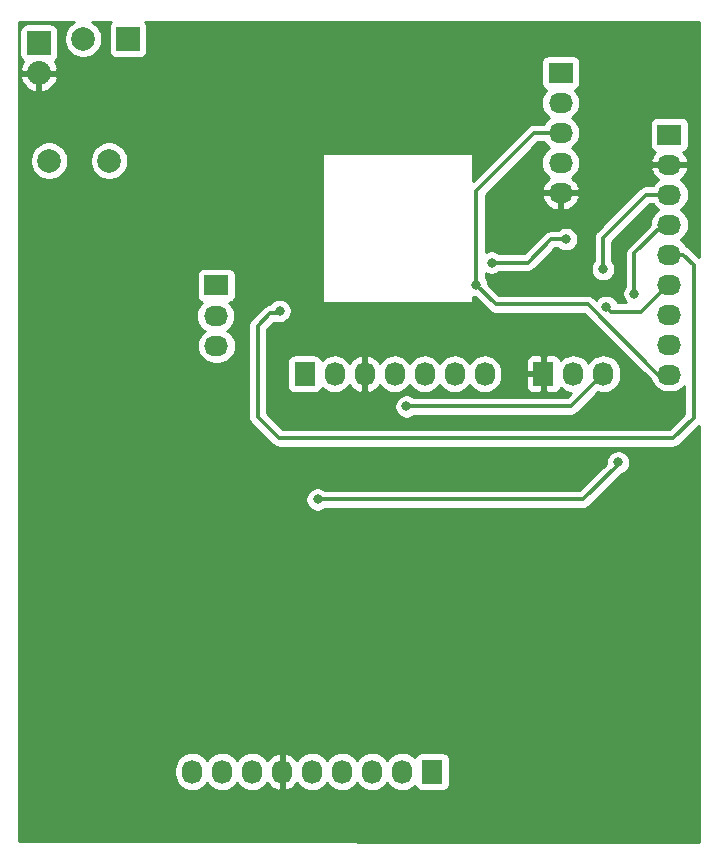
<source format=gbl>
G04 #@! TF.GenerationSoftware,KiCad,Pcbnew,5.99.0+really5.1.10+dfsg1-1*
G04 #@! TF.CreationDate,2022-06-24T16:38:05+05:30*
G04 #@! TF.ProjectId,AB1-4_display,4142312d-345f-4646-9973-706c61792e6b,rev?*
G04 #@! TF.SameCoordinates,Original*
G04 #@! TF.FileFunction,Copper,L2,Bot*
G04 #@! TF.FilePolarity,Positive*
%FSLAX46Y46*%
G04 Gerber Fmt 4.6, Leading zero omitted, Abs format (unit mm)*
G04 Created by KiCad (PCBNEW 5.99.0+really5.1.10+dfsg1-1) date 2022-06-24 16:38:05*
%MOMM*%
%LPD*%
G01*
G04 APERTURE LIST*
G04 #@! TA.AperFunction,ComponentPad*
%ADD10R,2.032000X1.727200*%
G04 #@! TD*
G04 #@! TA.AperFunction,ComponentPad*
%ADD11O,2.032000X1.727200*%
G04 #@! TD*
G04 #@! TA.AperFunction,ComponentPad*
%ADD12C,1.998980*%
G04 #@! TD*
G04 #@! TA.AperFunction,ComponentPad*
%ADD13R,1.998980X1.998980*%
G04 #@! TD*
G04 #@! TA.AperFunction,ComponentPad*
%ADD14C,2.000000*%
G04 #@! TD*
G04 #@! TA.AperFunction,ComponentPad*
%ADD15R,2.032000X2.032000*%
G04 #@! TD*
G04 #@! TA.AperFunction,ComponentPad*
%ADD16O,2.032000X2.032000*%
G04 #@! TD*
G04 #@! TA.AperFunction,ComponentPad*
%ADD17O,1.727200X2.032000*%
G04 #@! TD*
G04 #@! TA.AperFunction,ComponentPad*
%ADD18R,1.727200X2.032000*%
G04 #@! TD*
G04 #@! TA.AperFunction,ViaPad*
%ADD19C,0.800000*%
G04 #@! TD*
G04 #@! TA.AperFunction,Conductor*
%ADD20C,0.300000*%
G04 #@! TD*
G04 #@! TA.AperFunction,Conductor*
%ADD21C,0.254000*%
G04 #@! TD*
G04 #@! TA.AperFunction,Conductor*
%ADD22C,0.100000*%
G04 #@! TD*
G04 APERTURE END LIST*
D10*
G04 #@! TO.P,Y1,1*
G04 #@! TO.N,/XTAL1*
X32740600Y-37388800D03*
D11*
G04 #@! TO.P,Y1,2*
G04 #@! TO.N,/XTAL2*
X32760600Y-42518800D03*
G04 #@! TO.P,Y1,3*
G04 #@! TO.N,N/C*
X32690600Y-39988800D03*
G04 #@! TD*
D12*
G04 #@! TO.P,D1,2*
G04 #@! TO.N,/VCC_raw*
X21475700Y-16522700D03*
D13*
G04 #@! TO.P,D1,1*
G04 #@! TO.N,Net-(D1-Pad1)*
X25285700Y-16522700D03*
G04 #@! TD*
D14*
G04 #@! TO.P,FB1,2*
G04 #@! TO.N,Net-(F1-Pad2)*
X23672800Y-26847800D03*
G04 #@! TO.P,FB1,1*
G04 #@! TO.N,/VCC5*
X18592800Y-26847800D03*
G04 #@! TD*
D15*
G04 #@! TO.P,P1,1*
G04 #@! TO.N,/VCC_raw*
X17729200Y-16878300D03*
D16*
G04 #@! TO.P,P1,2*
G04 #@! TO.N,/GND*
X17729200Y-19418300D03*
G04 #@! TD*
D17*
G04 #@! TO.P,P6,3*
G04 #@! TO.N,/RX2*
X65514220Y-44889420D03*
G04 #@! TO.P,P6,2*
G04 #@! TO.N,/TX2*
X62974220Y-44889420D03*
D18*
G04 #@! TO.P,P6,1*
G04 #@! TO.N,/GND*
X60434220Y-44889420D03*
G04 #@! TD*
G04 #@! TO.P,P10,1*
G04 #@! TO.N,/RX2*
X40220900Y-44894500D03*
D17*
G04 #@! TO.P,P10,2*
G04 #@! TO.N,/TX2*
X42760900Y-44894500D03*
G04 #@! TO.P,P10,3*
G04 #@! TO.N,/GND*
X45300900Y-44894500D03*
G04 #@! TO.P,P10,4*
G04 #@! TO.N,Net-(P10-Pad4)*
X47840900Y-44894500D03*
G04 #@! TO.P,P10,5*
G04 #@! TO.N,/VCC5*
X50380900Y-44894500D03*
G04 #@! TO.P,P10,6*
G04 #@! TO.N,Net-(P10-Pad6)*
X52920900Y-44894500D03*
G04 #@! TO.P,P10,7*
G04 #@! TO.N,/A2/CTL*
X55460900Y-44894500D03*
G04 #@! TD*
D10*
G04 #@! TO.P,P12,1*
G04 #@! TO.N,/RST*
X61902340Y-19400520D03*
D11*
G04 #@! TO.P,P12,2*
G04 #@! TO.N,/D11*
X61902340Y-21940520D03*
G04 #@! TO.P,P12,3*
G04 #@! TO.N,/D12*
X61902340Y-24480520D03*
G04 #@! TO.P,P12,4*
G04 #@! TO.N,/D13*
X61902340Y-27020520D03*
G04 #@! TO.P,P12,5*
G04 #@! TO.N,/GND*
X61902340Y-29560520D03*
G04 #@! TD*
D18*
G04 #@! TO.P,P15,1*
G04 #@! TO.N,Net-(P15-Pad1)*
X51015900Y-78562200D03*
D17*
G04 #@! TO.P,P15,2*
G04 #@! TO.N,Net-(P15-Pad2)*
X48475900Y-78562200D03*
G04 #@! TO.P,P15,3*
G04 #@! TO.N,Net-(P15-Pad3)*
X45935900Y-78562200D03*
G04 #@! TO.P,P15,4*
G04 #@! TO.N,/D7/CO2_O*
X43395900Y-78562200D03*
G04 #@! TO.P,P15,5*
G04 #@! TO.N,Net-(P15-Pad5)*
X40855900Y-78562200D03*
G04 #@! TO.P,P15,6*
G04 #@! TO.N,/GND*
X38315900Y-78562200D03*
G04 #@! TO.P,P15,7*
G04 #@! TO.N,/VCC5*
X35775900Y-78562200D03*
G04 #@! TO.P,P15,8*
G04 #@! TO.N,Net-(P15-Pad8)*
X33235900Y-78562200D03*
G04 #@! TO.P,P15,9*
G04 #@! TO.N,Net-(P15-Pad9)*
X30695900Y-78562200D03*
G04 #@! TD*
D11*
G04 #@! TO.P,U2,9*
G04 #@! TO.N,/D12*
X71107300Y-44945300D03*
G04 #@! TO.P,U2,8*
G04 #@! TO.N,/VCC3v3*
X71107300Y-42405300D03*
G04 #@! TO.P,U2,7*
G04 #@! TO.N,/D13*
X71107300Y-39865300D03*
G04 #@! TO.P,U2,6*
G04 #@! TO.N,/D11*
X71107300Y-37325300D03*
G04 #@! TO.P,U2,5*
G04 #@! TO.N,/D5*
X71107300Y-34785300D03*
G04 #@! TO.P,U2,4*
G04 #@! TO.N,/D6*
X71107300Y-32245300D03*
G04 #@! TO.P,U2,3*
G04 #@! TO.N,/D10*
X71107300Y-29705300D03*
G04 #@! TO.P,U2,2*
G04 #@! TO.N,/GND*
X71107300Y-27165300D03*
D10*
G04 #@! TO.P,U2,1*
G04 #@! TO.N,/VCC3v3*
X71107300Y-24625300D03*
G04 #@! TD*
D19*
G04 #@! TO.N,/GND*
X40952420Y-26431240D03*
X63654940Y-34843720D03*
X39702740Y-32979360D03*
G04 #@! TO.N,/D5*
X38112700Y-39547800D03*
G04 #@! TO.N,/D6*
X41328340Y-55526940D03*
X66776600Y-52384960D03*
X68148200Y-38092380D03*
G04 #@! TO.N,/RX2*
X48846740Y-47650400D03*
G04 #@! TO.N,/D10*
X65488820Y-36019740D03*
G04 #@! TO.N,/D11*
X65763140Y-39217600D03*
G04 #@! TO.N,/D12*
X54759860Y-37381180D03*
G04 #@! TO.N,/D13*
X56067040Y-35477100D03*
X62354460Y-33489900D03*
G04 #@! TD*
D20*
G04 #@! TO.N,/D5*
X71107300Y-34785300D02*
X72290940Y-34785300D01*
X72290940Y-34785300D02*
X73174860Y-35669220D01*
X73174860Y-35669220D02*
X73174860Y-48610520D01*
X73174860Y-48610520D02*
X71437500Y-50347880D01*
X71437500Y-50347880D02*
X38069520Y-50347880D01*
X38069520Y-50347880D02*
X36245800Y-48524160D01*
X36245800Y-48524160D02*
X36245800Y-40807640D01*
X36245800Y-40807640D02*
X37287200Y-39766240D01*
X37287200Y-39766240D02*
X37894260Y-39766240D01*
X37894260Y-39766240D02*
X38112700Y-39547800D01*
X38112700Y-39547800D02*
X38112700Y-39547800D01*
G04 #@! TO.N,/D6*
X71107300Y-32245300D02*
X70601840Y-32245300D01*
X70601840Y-32245300D02*
X68148200Y-34698940D01*
X68148200Y-34698940D02*
X68148200Y-38092380D01*
X68148200Y-38092380D02*
X68148200Y-38092380D01*
X41328340Y-55526940D02*
X63817500Y-55526940D01*
X63817500Y-55526940D02*
X66776600Y-52567840D01*
X66776600Y-52567840D02*
X66776600Y-52384960D01*
X66776600Y-52384960D02*
X66776600Y-52384960D01*
X68148200Y-38092380D02*
X68148200Y-38092380D01*
G04 #@! TO.N,/RX2*
X62753240Y-47650400D02*
X65514220Y-44889420D01*
X48846740Y-47650400D02*
X62753240Y-47650400D01*
G04 #@! TO.N,/D10*
X65488820Y-36019740D02*
X65488820Y-33367980D01*
X69151500Y-29705300D02*
X71107300Y-29705300D01*
X65488820Y-33367980D02*
X69151500Y-29705300D01*
G04 #@! TO.N,/D11*
X66163139Y-39617599D02*
X68708321Y-39617599D01*
X65763140Y-39217600D02*
X66163139Y-39617599D01*
X71000620Y-37325300D02*
X71107300Y-37325300D01*
X68708321Y-39617599D02*
X71000620Y-37325300D01*
G04 #@! TO.N,/D12*
X54759860Y-37381180D02*
X54759860Y-29385260D01*
X59664600Y-24480520D02*
X61902340Y-24480520D01*
X54759860Y-29385260D02*
X59664600Y-24480520D01*
X54759860Y-37381180D02*
X56393080Y-39014400D01*
X56393080Y-39014400D02*
X64218820Y-39014400D01*
X70149720Y-44945300D02*
X71107300Y-44945300D01*
X64218820Y-39014400D02*
X70149720Y-44945300D01*
G04 #@! TO.N,/D13*
X56067040Y-35477100D02*
X59112500Y-35477100D01*
X59112500Y-35477100D02*
X61099700Y-33489900D01*
X61099700Y-33489900D02*
X62354460Y-33489900D01*
X62354460Y-33489900D02*
X62354460Y-33489900D01*
G04 #@! TD*
D21*
G04 #@! TO.N,/GND*
X73578720Y-34962923D02*
X72873287Y-34257490D01*
X72848704Y-34227536D01*
X72729173Y-34129438D01*
X72592800Y-34056546D01*
X72564892Y-34048080D01*
X72511769Y-33948694D01*
X72324497Y-33720503D01*
X72096306Y-33533231D01*
X72062760Y-33515300D01*
X72096306Y-33497369D01*
X72324497Y-33310097D01*
X72511769Y-33081906D01*
X72650925Y-32821564D01*
X72736616Y-32539077D01*
X72765551Y-32245300D01*
X72736616Y-31951523D01*
X72650925Y-31669036D01*
X72511769Y-31408694D01*
X72324497Y-31180503D01*
X72096306Y-30993231D01*
X72062760Y-30975300D01*
X72096306Y-30957369D01*
X72324497Y-30770097D01*
X72511769Y-30541906D01*
X72650925Y-30281564D01*
X72736616Y-29999077D01*
X72765551Y-29705300D01*
X72736616Y-29411523D01*
X72650925Y-29129036D01*
X72511769Y-28868694D01*
X72324497Y-28640503D01*
X72096306Y-28453231D01*
X72056353Y-28431876D01*
X72259029Y-28283786D01*
X72458033Y-28067335D01*
X72610986Y-27816219D01*
X72712009Y-27540089D01*
X72714658Y-27524326D01*
X72593517Y-27292300D01*
X71234300Y-27292300D01*
X71234300Y-27312300D01*
X70980300Y-27312300D01*
X70980300Y-27292300D01*
X69621083Y-27292300D01*
X69499942Y-27524326D01*
X69502591Y-27540089D01*
X69603614Y-27816219D01*
X69756567Y-28067335D01*
X69955571Y-28283786D01*
X70158247Y-28431876D01*
X70118294Y-28453231D01*
X69890103Y-28640503D01*
X69702831Y-28868694D01*
X69675247Y-28920300D01*
X69190056Y-28920300D01*
X69151500Y-28916503D01*
X69112944Y-28920300D01*
X69112939Y-28920300D01*
X69072526Y-28924280D01*
X68997613Y-28931658D01*
X68849640Y-28976546D01*
X68713267Y-29049438D01*
X68593736Y-29147536D01*
X68569153Y-29177490D01*
X64961005Y-32785638D01*
X64931057Y-32810216D01*
X64906479Y-32840164D01*
X64906475Y-32840168D01*
X64873510Y-32880336D01*
X64832959Y-32929747D01*
X64809277Y-32974054D01*
X64760066Y-33066121D01*
X64715179Y-33214094D01*
X64700023Y-33367980D01*
X64703821Y-33406543D01*
X64703820Y-35341029D01*
X64684883Y-35359966D01*
X64571615Y-35529484D01*
X64493594Y-35717842D01*
X64453820Y-35917801D01*
X64453820Y-36121679D01*
X64493594Y-36321638D01*
X64571615Y-36509996D01*
X64684883Y-36679514D01*
X64829046Y-36823677D01*
X64998564Y-36936945D01*
X65186922Y-37014966D01*
X65386881Y-37054740D01*
X65590759Y-37054740D01*
X65790718Y-37014966D01*
X65979076Y-36936945D01*
X66148594Y-36823677D01*
X66292757Y-36679514D01*
X66406025Y-36509996D01*
X66484046Y-36321638D01*
X66523820Y-36121679D01*
X66523820Y-35917801D01*
X66484046Y-35717842D01*
X66406025Y-35529484D01*
X66292757Y-35359966D01*
X66273820Y-35341029D01*
X66273820Y-33693137D01*
X69476657Y-30490300D01*
X69675247Y-30490300D01*
X69702831Y-30541906D01*
X69890103Y-30770097D01*
X70118294Y-30957369D01*
X70151840Y-30975300D01*
X70118294Y-30993231D01*
X69890103Y-31180503D01*
X69702831Y-31408694D01*
X69563675Y-31669036D01*
X69477984Y-31951523D01*
X69449049Y-32245300D01*
X69452872Y-32284111D01*
X67620390Y-34116593D01*
X67590436Y-34141176D01*
X67492338Y-34260708D01*
X67419446Y-34397081D01*
X67374559Y-34545054D01*
X67363200Y-34660380D01*
X67363200Y-34660387D01*
X67359403Y-34698940D01*
X67363200Y-34737493D01*
X67363201Y-37413668D01*
X67344263Y-37432606D01*
X67230995Y-37602124D01*
X67152974Y-37790482D01*
X67113200Y-37990441D01*
X67113200Y-38194319D01*
X67152974Y-38394278D01*
X67230995Y-38582636D01*
X67344263Y-38752154D01*
X67424708Y-38832599D01*
X66723943Y-38832599D01*
X66680345Y-38727344D01*
X66567077Y-38557826D01*
X66422914Y-38413663D01*
X66253396Y-38300395D01*
X66065038Y-38222374D01*
X65865079Y-38182600D01*
X65661201Y-38182600D01*
X65461242Y-38222374D01*
X65272884Y-38300395D01*
X65103366Y-38413663D01*
X64959203Y-38557826D01*
X64924436Y-38609859D01*
X64801165Y-38486588D01*
X64776584Y-38456636D01*
X64657053Y-38358538D01*
X64520680Y-38285646D01*
X64372707Y-38240759D01*
X64257381Y-38229400D01*
X64257373Y-38229400D01*
X64218820Y-38225603D01*
X64180267Y-38229400D01*
X56718237Y-38229400D01*
X55794860Y-37306023D01*
X55794860Y-37279241D01*
X55755086Y-37079282D01*
X55677065Y-36890924D01*
X55563797Y-36721406D01*
X55544860Y-36702469D01*
X55544860Y-36372974D01*
X55576784Y-36394305D01*
X55765142Y-36472326D01*
X55965101Y-36512100D01*
X56168979Y-36512100D01*
X56368938Y-36472326D01*
X56557296Y-36394305D01*
X56726814Y-36281037D01*
X56745751Y-36262100D01*
X59073947Y-36262100D01*
X59112500Y-36265897D01*
X59151053Y-36262100D01*
X59151061Y-36262100D01*
X59266387Y-36250741D01*
X59414360Y-36205854D01*
X59550733Y-36132962D01*
X59670264Y-36034864D01*
X59694847Y-36004910D01*
X61424858Y-34274900D01*
X61675749Y-34274900D01*
X61694686Y-34293837D01*
X61864204Y-34407105D01*
X62052562Y-34485126D01*
X62252521Y-34524900D01*
X62456399Y-34524900D01*
X62656358Y-34485126D01*
X62844716Y-34407105D01*
X63014234Y-34293837D01*
X63158397Y-34149674D01*
X63271665Y-33980156D01*
X63349686Y-33791798D01*
X63389460Y-33591839D01*
X63389460Y-33387961D01*
X63349686Y-33188002D01*
X63271665Y-32999644D01*
X63158397Y-32830126D01*
X63014234Y-32685963D01*
X62844716Y-32572695D01*
X62656358Y-32494674D01*
X62456399Y-32454900D01*
X62252521Y-32454900D01*
X62052562Y-32494674D01*
X61864204Y-32572695D01*
X61694686Y-32685963D01*
X61675749Y-32704900D01*
X61138252Y-32704900D01*
X61099699Y-32701103D01*
X61061146Y-32704900D01*
X61061139Y-32704900D01*
X60960190Y-32714843D01*
X60945812Y-32716259D01*
X60797840Y-32761146D01*
X60661467Y-32834038D01*
X60601259Y-32883450D01*
X60571887Y-32907555D01*
X60571884Y-32907558D01*
X60541936Y-32932136D01*
X60517358Y-32962084D01*
X58787343Y-34692100D01*
X56745751Y-34692100D01*
X56726814Y-34673163D01*
X56557296Y-34559895D01*
X56368938Y-34481874D01*
X56168979Y-34442100D01*
X55965101Y-34442100D01*
X55765142Y-34481874D01*
X55576784Y-34559895D01*
X55544860Y-34581226D01*
X55544860Y-29919546D01*
X60294982Y-29919546D01*
X60297631Y-29935309D01*
X60398654Y-30211439D01*
X60551607Y-30462555D01*
X60750611Y-30679006D01*
X60988019Y-30852474D01*
X61254707Y-30976293D01*
X61540426Y-31045705D01*
X61775340Y-30901445D01*
X61775340Y-29687520D01*
X62029340Y-29687520D01*
X62029340Y-30901445D01*
X62264254Y-31045705D01*
X62549973Y-30976293D01*
X62816661Y-30852474D01*
X63054069Y-30679006D01*
X63253073Y-30462555D01*
X63406026Y-30211439D01*
X63507049Y-29935309D01*
X63509698Y-29919546D01*
X63388557Y-29687520D01*
X62029340Y-29687520D01*
X61775340Y-29687520D01*
X60416123Y-29687520D01*
X60294982Y-29919546D01*
X55544860Y-29919546D01*
X55544860Y-29710417D01*
X59989757Y-25265520D01*
X60470287Y-25265520D01*
X60497871Y-25317126D01*
X60685143Y-25545317D01*
X60913334Y-25732589D01*
X60946880Y-25750520D01*
X60913334Y-25768451D01*
X60685143Y-25955723D01*
X60497871Y-26183914D01*
X60358715Y-26444256D01*
X60273024Y-26726743D01*
X60244089Y-27020520D01*
X60273024Y-27314297D01*
X60358715Y-27596784D01*
X60497871Y-27857126D01*
X60685143Y-28085317D01*
X60913334Y-28272589D01*
X60953287Y-28293944D01*
X60750611Y-28442034D01*
X60551607Y-28658485D01*
X60398654Y-28909601D01*
X60297631Y-29185731D01*
X60294982Y-29201494D01*
X60416123Y-29433520D01*
X61775340Y-29433520D01*
X61775340Y-29413520D01*
X62029340Y-29413520D01*
X62029340Y-29433520D01*
X63388557Y-29433520D01*
X63509698Y-29201494D01*
X63507049Y-29185731D01*
X63406026Y-28909601D01*
X63253073Y-28658485D01*
X63054069Y-28442034D01*
X62851393Y-28293944D01*
X62891346Y-28272589D01*
X63119537Y-28085317D01*
X63306809Y-27857126D01*
X63445965Y-27596784D01*
X63531656Y-27314297D01*
X63560591Y-27020520D01*
X63531656Y-26726743D01*
X63445965Y-26444256D01*
X63306809Y-26183914D01*
X63119537Y-25955723D01*
X62891346Y-25768451D01*
X62857800Y-25750520D01*
X62891346Y-25732589D01*
X63119537Y-25545317D01*
X63306809Y-25317126D01*
X63445965Y-25056784D01*
X63531656Y-24774297D01*
X63560591Y-24480520D01*
X63531656Y-24186743D01*
X63445965Y-23904256D01*
X63369768Y-23761700D01*
X69453228Y-23761700D01*
X69453228Y-25488900D01*
X69465488Y-25613382D01*
X69501798Y-25733080D01*
X69560763Y-25843394D01*
X69640115Y-25940085D01*
X69736806Y-26019437D01*
X69847120Y-26078402D01*
X69909212Y-26097237D01*
X69756567Y-26263265D01*
X69603614Y-26514381D01*
X69502591Y-26790511D01*
X69499942Y-26806274D01*
X69621083Y-27038300D01*
X70980300Y-27038300D01*
X70980300Y-27018300D01*
X71234300Y-27018300D01*
X71234300Y-27038300D01*
X72593517Y-27038300D01*
X72714658Y-26806274D01*
X72712009Y-26790511D01*
X72610986Y-26514381D01*
X72458033Y-26263265D01*
X72305388Y-26097237D01*
X72367480Y-26078402D01*
X72477794Y-26019437D01*
X72574485Y-25940085D01*
X72653837Y-25843394D01*
X72712802Y-25733080D01*
X72749112Y-25613382D01*
X72761372Y-25488900D01*
X72761372Y-23761700D01*
X72749112Y-23637218D01*
X72712802Y-23517520D01*
X72653837Y-23407206D01*
X72574485Y-23310515D01*
X72477794Y-23231163D01*
X72367480Y-23172198D01*
X72247782Y-23135888D01*
X72123300Y-23123628D01*
X70091300Y-23123628D01*
X69966818Y-23135888D01*
X69847120Y-23172198D01*
X69736806Y-23231163D01*
X69640115Y-23310515D01*
X69560763Y-23407206D01*
X69501798Y-23517520D01*
X69465488Y-23637218D01*
X69453228Y-23761700D01*
X63369768Y-23761700D01*
X63306809Y-23643914D01*
X63119537Y-23415723D01*
X62891346Y-23228451D01*
X62857800Y-23210520D01*
X62891346Y-23192589D01*
X63119537Y-23005317D01*
X63306809Y-22777126D01*
X63445965Y-22516784D01*
X63531656Y-22234297D01*
X63560591Y-21940520D01*
X63531656Y-21646743D01*
X63445965Y-21364256D01*
X63306809Y-21103914D01*
X63119537Y-20875723D01*
X63111475Y-20869106D01*
X63162520Y-20853622D01*
X63272834Y-20794657D01*
X63369525Y-20715305D01*
X63448877Y-20618614D01*
X63507842Y-20508300D01*
X63544152Y-20388602D01*
X63556412Y-20264120D01*
X63556412Y-18536920D01*
X63544152Y-18412438D01*
X63507842Y-18292740D01*
X63448877Y-18182426D01*
X63369525Y-18085735D01*
X63272834Y-18006383D01*
X63162520Y-17947418D01*
X63042822Y-17911108D01*
X62918340Y-17898848D01*
X60886340Y-17898848D01*
X60761858Y-17911108D01*
X60642160Y-17947418D01*
X60531846Y-18006383D01*
X60435155Y-18085735D01*
X60355803Y-18182426D01*
X60296838Y-18292740D01*
X60260528Y-18412438D01*
X60248268Y-18536920D01*
X60248268Y-20264120D01*
X60260528Y-20388602D01*
X60296838Y-20508300D01*
X60355803Y-20618614D01*
X60435155Y-20715305D01*
X60531846Y-20794657D01*
X60642160Y-20853622D01*
X60693205Y-20869106D01*
X60685143Y-20875723D01*
X60497871Y-21103914D01*
X60358715Y-21364256D01*
X60273024Y-21646743D01*
X60244089Y-21940520D01*
X60273024Y-22234297D01*
X60358715Y-22516784D01*
X60497871Y-22777126D01*
X60685143Y-23005317D01*
X60913334Y-23192589D01*
X60946880Y-23210520D01*
X60913334Y-23228451D01*
X60685143Y-23415723D01*
X60497871Y-23643914D01*
X60470287Y-23695520D01*
X59703156Y-23695520D01*
X59664600Y-23691723D01*
X59626044Y-23695520D01*
X59626039Y-23695520D01*
X59585626Y-23699500D01*
X59510713Y-23706878D01*
X59362740Y-23751766D01*
X59226367Y-23824658D01*
X59106836Y-23922756D01*
X59082253Y-23952710D01*
X54510940Y-28524023D01*
X54510940Y-26349960D01*
X54508500Y-26325184D01*
X54501273Y-26301359D01*
X54489537Y-26279403D01*
X54473743Y-26260157D01*
X54454497Y-26244363D01*
X54432541Y-26232627D01*
X54408716Y-26225400D01*
X54383940Y-26222960D01*
X41864280Y-26222960D01*
X41839504Y-26225400D01*
X41815679Y-26232627D01*
X41793723Y-26244363D01*
X41774477Y-26260157D01*
X41758683Y-26279403D01*
X41746947Y-26301359D01*
X41739720Y-26325184D01*
X41737280Y-26349960D01*
X41737280Y-38765480D01*
X41739720Y-38790256D01*
X41746947Y-38814081D01*
X41758683Y-38836037D01*
X41774477Y-38855283D01*
X41793723Y-38871077D01*
X41815679Y-38882813D01*
X41839504Y-38890040D01*
X41864280Y-38892480D01*
X54383940Y-38892480D01*
X54408716Y-38890040D01*
X54432541Y-38882813D01*
X54454497Y-38871077D01*
X54473743Y-38855283D01*
X54489537Y-38836037D01*
X54501273Y-38814081D01*
X54508500Y-38790256D01*
X54510940Y-38765480D01*
X54510940Y-38386944D01*
X54657921Y-38416180D01*
X54684703Y-38416180D01*
X55810733Y-39542210D01*
X55835316Y-39572164D01*
X55954847Y-39670262D01*
X56091220Y-39743154D01*
X56239193Y-39788042D01*
X56314106Y-39795420D01*
X56354519Y-39799400D01*
X56354524Y-39799400D01*
X56393080Y-39803197D01*
X56431636Y-39799400D01*
X63893663Y-39799400D01*
X69540967Y-45446705D01*
X69563675Y-45521564D01*
X69702831Y-45781906D01*
X69890103Y-46010097D01*
X70118294Y-46197369D01*
X70378636Y-46336525D01*
X70661123Y-46422216D01*
X70881281Y-46443900D01*
X71333319Y-46443900D01*
X71553477Y-46422216D01*
X71835964Y-46336525D01*
X72096306Y-46197369D01*
X72324497Y-46010097D01*
X72389861Y-45930451D01*
X72389861Y-48285361D01*
X71112343Y-49562880D01*
X38394677Y-49562880D01*
X37030800Y-48199003D01*
X37030800Y-47548461D01*
X47811740Y-47548461D01*
X47811740Y-47752339D01*
X47851514Y-47952298D01*
X47929535Y-48140656D01*
X48042803Y-48310174D01*
X48186966Y-48454337D01*
X48356484Y-48567605D01*
X48544842Y-48645626D01*
X48744801Y-48685400D01*
X48948679Y-48685400D01*
X49148638Y-48645626D01*
X49336996Y-48567605D01*
X49506514Y-48454337D01*
X49525451Y-48435400D01*
X62714687Y-48435400D01*
X62753240Y-48439197D01*
X62791793Y-48435400D01*
X62791801Y-48435400D01*
X62907127Y-48424041D01*
X63055100Y-48379154D01*
X63191473Y-48306262D01*
X63311004Y-48208164D01*
X63335587Y-48178210D01*
X65047518Y-46466280D01*
X65220444Y-46518736D01*
X65514220Y-46547671D01*
X65807997Y-46518736D01*
X66090484Y-46433045D01*
X66350826Y-46293889D01*
X66579017Y-46106617D01*
X66766289Y-45878426D01*
X66905445Y-45618083D01*
X66991136Y-45335596D01*
X67012820Y-45115438D01*
X67012820Y-44663401D01*
X66991136Y-44443243D01*
X66905445Y-44160756D01*
X66766289Y-43900414D01*
X66579017Y-43672223D01*
X66350825Y-43484951D01*
X66090483Y-43345795D01*
X65807996Y-43260104D01*
X65514220Y-43231169D01*
X65220443Y-43260104D01*
X64937956Y-43345795D01*
X64677614Y-43484951D01*
X64449423Y-43672223D01*
X64262151Y-43900415D01*
X64244220Y-43933961D01*
X64226289Y-43900414D01*
X64039017Y-43672223D01*
X63810825Y-43484951D01*
X63550483Y-43345795D01*
X63267996Y-43260104D01*
X62974220Y-43231169D01*
X62680443Y-43260104D01*
X62397956Y-43345795D01*
X62137614Y-43484951D01*
X61909423Y-43672223D01*
X61902806Y-43680285D01*
X61887322Y-43629240D01*
X61828357Y-43518926D01*
X61749005Y-43422235D01*
X61652314Y-43342883D01*
X61542000Y-43283918D01*
X61422302Y-43247608D01*
X61297820Y-43235348D01*
X60719970Y-43238420D01*
X60561220Y-43397170D01*
X60561220Y-44762420D01*
X60581220Y-44762420D01*
X60581220Y-45016420D01*
X60561220Y-45016420D01*
X60561220Y-46381670D01*
X60719970Y-46540420D01*
X61297820Y-46543492D01*
X61422302Y-46531232D01*
X61542000Y-46494922D01*
X61652314Y-46435957D01*
X61749005Y-46356605D01*
X61828357Y-46259914D01*
X61887322Y-46149600D01*
X61902806Y-46098555D01*
X61909423Y-46106617D01*
X62137615Y-46293889D01*
X62397957Y-46433045D01*
X62680444Y-46518736D01*
X62766291Y-46527191D01*
X62428083Y-46865400D01*
X49525451Y-46865400D01*
X49506514Y-46846463D01*
X49336996Y-46733195D01*
X49148638Y-46655174D01*
X48948679Y-46615400D01*
X48744801Y-46615400D01*
X48544842Y-46655174D01*
X48356484Y-46733195D01*
X48186966Y-46846463D01*
X48042803Y-46990626D01*
X47929535Y-47160144D01*
X47851514Y-47348502D01*
X47811740Y-47548461D01*
X37030800Y-47548461D01*
X37030800Y-43878500D01*
X38719228Y-43878500D01*
X38719228Y-45910500D01*
X38731488Y-46034982D01*
X38767798Y-46154680D01*
X38826763Y-46264994D01*
X38906115Y-46361685D01*
X39002806Y-46441037D01*
X39113120Y-46500002D01*
X39232818Y-46536312D01*
X39357300Y-46548572D01*
X41084500Y-46548572D01*
X41208982Y-46536312D01*
X41328680Y-46500002D01*
X41438994Y-46441037D01*
X41535685Y-46361685D01*
X41615037Y-46264994D01*
X41674002Y-46154680D01*
X41689486Y-46103635D01*
X41696103Y-46111697D01*
X41924295Y-46298969D01*
X42184637Y-46438125D01*
X42467124Y-46523816D01*
X42760900Y-46552751D01*
X43054677Y-46523816D01*
X43337164Y-46438125D01*
X43597506Y-46298969D01*
X43825697Y-46111697D01*
X44012969Y-45883506D01*
X44034324Y-45843553D01*
X44182414Y-46046229D01*
X44398865Y-46245233D01*
X44649981Y-46398186D01*
X44926111Y-46499209D01*
X44941874Y-46501858D01*
X45173900Y-46380717D01*
X45173900Y-45021500D01*
X45153900Y-45021500D01*
X45153900Y-44767500D01*
X45173900Y-44767500D01*
X45173900Y-43408283D01*
X45427900Y-43408283D01*
X45427900Y-44767500D01*
X45447900Y-44767500D01*
X45447900Y-45021500D01*
X45427900Y-45021500D01*
X45427900Y-46380717D01*
X45659926Y-46501858D01*
X45675689Y-46499209D01*
X45951819Y-46398186D01*
X46202935Y-46245233D01*
X46419386Y-46046229D01*
X46567476Y-45843553D01*
X46588831Y-45883506D01*
X46776103Y-46111697D01*
X47004295Y-46298969D01*
X47264637Y-46438125D01*
X47547124Y-46523816D01*
X47840900Y-46552751D01*
X48134677Y-46523816D01*
X48417164Y-46438125D01*
X48677506Y-46298969D01*
X48905697Y-46111697D01*
X49092969Y-45883506D01*
X49110900Y-45849959D01*
X49128831Y-45883506D01*
X49316103Y-46111697D01*
X49544295Y-46298969D01*
X49804637Y-46438125D01*
X50087124Y-46523816D01*
X50380900Y-46552751D01*
X50674677Y-46523816D01*
X50957164Y-46438125D01*
X51217506Y-46298969D01*
X51445697Y-46111697D01*
X51632969Y-45883506D01*
X51650900Y-45849959D01*
X51668831Y-45883506D01*
X51856103Y-46111697D01*
X52084295Y-46298969D01*
X52344637Y-46438125D01*
X52627124Y-46523816D01*
X52920900Y-46552751D01*
X53214677Y-46523816D01*
X53497164Y-46438125D01*
X53757506Y-46298969D01*
X53985697Y-46111697D01*
X54172969Y-45883506D01*
X54190900Y-45849959D01*
X54208831Y-45883506D01*
X54396103Y-46111697D01*
X54624295Y-46298969D01*
X54884637Y-46438125D01*
X55167124Y-46523816D01*
X55460900Y-46552751D01*
X55754677Y-46523816D01*
X56037164Y-46438125D01*
X56297506Y-46298969D01*
X56525697Y-46111697D01*
X56694984Y-45905420D01*
X58932548Y-45905420D01*
X58944808Y-46029902D01*
X58981118Y-46149600D01*
X59040083Y-46259914D01*
X59119435Y-46356605D01*
X59216126Y-46435957D01*
X59326440Y-46494922D01*
X59446138Y-46531232D01*
X59570620Y-46543492D01*
X60148470Y-46540420D01*
X60307220Y-46381670D01*
X60307220Y-45016420D01*
X59094370Y-45016420D01*
X58935620Y-45175170D01*
X58932548Y-45905420D01*
X56694984Y-45905420D01*
X56712969Y-45883506D01*
X56852125Y-45623163D01*
X56937816Y-45340676D01*
X56959500Y-45120518D01*
X56959500Y-44668481D01*
X56937816Y-44448323D01*
X56852125Y-44165836D01*
X56712969Y-43905494D01*
X56686647Y-43873420D01*
X58932548Y-43873420D01*
X58935620Y-44603670D01*
X59094370Y-44762420D01*
X60307220Y-44762420D01*
X60307220Y-43397170D01*
X60148470Y-43238420D01*
X59570620Y-43235348D01*
X59446138Y-43247608D01*
X59326440Y-43283918D01*
X59216126Y-43342883D01*
X59119435Y-43422235D01*
X59040083Y-43518926D01*
X58981118Y-43629240D01*
X58944808Y-43748938D01*
X58932548Y-43873420D01*
X56686647Y-43873420D01*
X56525697Y-43677303D01*
X56297505Y-43490031D01*
X56037163Y-43350875D01*
X55754676Y-43265184D01*
X55460900Y-43236249D01*
X55167123Y-43265184D01*
X54884636Y-43350875D01*
X54624294Y-43490031D01*
X54396103Y-43677303D01*
X54208831Y-43905495D01*
X54190900Y-43939041D01*
X54172969Y-43905494D01*
X53985697Y-43677303D01*
X53757505Y-43490031D01*
X53497163Y-43350875D01*
X53214676Y-43265184D01*
X52920900Y-43236249D01*
X52627123Y-43265184D01*
X52344636Y-43350875D01*
X52084294Y-43490031D01*
X51856103Y-43677303D01*
X51668831Y-43905495D01*
X51650900Y-43939041D01*
X51632969Y-43905494D01*
X51445697Y-43677303D01*
X51217505Y-43490031D01*
X50957163Y-43350875D01*
X50674676Y-43265184D01*
X50380900Y-43236249D01*
X50087123Y-43265184D01*
X49804636Y-43350875D01*
X49544294Y-43490031D01*
X49316103Y-43677303D01*
X49128831Y-43905495D01*
X49110900Y-43939041D01*
X49092969Y-43905494D01*
X48905697Y-43677303D01*
X48677505Y-43490031D01*
X48417163Y-43350875D01*
X48134676Y-43265184D01*
X47840900Y-43236249D01*
X47547123Y-43265184D01*
X47264636Y-43350875D01*
X47004294Y-43490031D01*
X46776103Y-43677303D01*
X46588831Y-43905495D01*
X46567476Y-43945447D01*
X46419386Y-43742771D01*
X46202935Y-43543767D01*
X45951819Y-43390814D01*
X45675689Y-43289791D01*
X45659926Y-43287142D01*
X45427900Y-43408283D01*
X45173900Y-43408283D01*
X44941874Y-43287142D01*
X44926111Y-43289791D01*
X44649981Y-43390814D01*
X44398865Y-43543767D01*
X44182414Y-43742771D01*
X44034324Y-43945447D01*
X44012969Y-43905494D01*
X43825697Y-43677303D01*
X43597505Y-43490031D01*
X43337163Y-43350875D01*
X43054676Y-43265184D01*
X42760900Y-43236249D01*
X42467123Y-43265184D01*
X42184636Y-43350875D01*
X41924294Y-43490031D01*
X41696103Y-43677303D01*
X41689486Y-43685365D01*
X41674002Y-43634320D01*
X41615037Y-43524006D01*
X41535685Y-43427315D01*
X41438994Y-43347963D01*
X41328680Y-43288998D01*
X41208982Y-43252688D01*
X41084500Y-43240428D01*
X39357300Y-43240428D01*
X39232818Y-43252688D01*
X39113120Y-43288998D01*
X39002806Y-43347963D01*
X38906115Y-43427315D01*
X38826763Y-43524006D01*
X38767798Y-43634320D01*
X38731488Y-43754018D01*
X38719228Y-43878500D01*
X37030800Y-43878500D01*
X37030800Y-41132797D01*
X37612358Y-40551240D01*
X37852097Y-40551240D01*
X38010761Y-40582800D01*
X38214639Y-40582800D01*
X38414598Y-40543026D01*
X38602956Y-40465005D01*
X38772474Y-40351737D01*
X38916637Y-40207574D01*
X39029905Y-40038056D01*
X39107926Y-39849698D01*
X39147700Y-39649739D01*
X39147700Y-39445861D01*
X39107926Y-39245902D01*
X39029905Y-39057544D01*
X38916637Y-38888026D01*
X38772474Y-38743863D01*
X38602956Y-38630595D01*
X38414598Y-38552574D01*
X38214639Y-38512800D01*
X38010761Y-38512800D01*
X37810802Y-38552574D01*
X37622444Y-38630595D01*
X37452926Y-38743863D01*
X37308763Y-38888026D01*
X37246327Y-38981468D01*
X37133313Y-38992599D01*
X36985340Y-39037486D01*
X36848967Y-39110378D01*
X36798015Y-39152194D01*
X36759387Y-39183895D01*
X36759384Y-39183898D01*
X36729436Y-39208476D01*
X36704857Y-39238425D01*
X35717985Y-40225298D01*
X35688037Y-40249876D01*
X35663459Y-40279824D01*
X35663455Y-40279828D01*
X35651781Y-40294053D01*
X35589939Y-40369407D01*
X35572198Y-40402599D01*
X35517046Y-40505781D01*
X35472159Y-40653754D01*
X35457003Y-40807640D01*
X35460801Y-40846203D01*
X35460800Y-48485607D01*
X35457003Y-48524160D01*
X35460800Y-48562713D01*
X35460800Y-48562720D01*
X35472159Y-48678046D01*
X35517046Y-48826019D01*
X35589938Y-48962392D01*
X35688036Y-49081924D01*
X35717990Y-49106507D01*
X37487173Y-50875690D01*
X37511756Y-50905644D01*
X37631287Y-51003742D01*
X37767660Y-51076634D01*
X37915633Y-51121522D01*
X37990546Y-51128900D01*
X38030959Y-51132880D01*
X38030964Y-51132880D01*
X38069520Y-51136677D01*
X38108076Y-51132880D01*
X71398947Y-51132880D01*
X71437500Y-51136677D01*
X71476053Y-51132880D01*
X71476061Y-51132880D01*
X71591387Y-51121521D01*
X71739360Y-51076634D01*
X71875733Y-51003742D01*
X71995264Y-50905644D01*
X72019847Y-50875690D01*
X73578720Y-49316818D01*
X73578720Y-84518839D01*
X16033974Y-84484153D01*
X16031769Y-78336181D01*
X29197300Y-78336181D01*
X29197300Y-78788218D01*
X29218984Y-79008376D01*
X29304675Y-79290863D01*
X29443831Y-79551205D01*
X29631103Y-79779397D01*
X29859294Y-79966669D01*
X30119636Y-80105825D01*
X30402123Y-80191516D01*
X30695900Y-80220451D01*
X30989676Y-80191516D01*
X31272163Y-80105825D01*
X31532505Y-79966669D01*
X31760697Y-79779397D01*
X31947969Y-79551206D01*
X31965900Y-79517659D01*
X31983831Y-79551205D01*
X32171103Y-79779397D01*
X32399294Y-79966669D01*
X32659636Y-80105825D01*
X32942123Y-80191516D01*
X33235900Y-80220451D01*
X33529676Y-80191516D01*
X33812163Y-80105825D01*
X34072505Y-79966669D01*
X34300697Y-79779397D01*
X34487969Y-79551206D01*
X34505900Y-79517659D01*
X34523831Y-79551205D01*
X34711103Y-79779397D01*
X34939294Y-79966669D01*
X35199636Y-80105825D01*
X35482123Y-80191516D01*
X35775900Y-80220451D01*
X36069676Y-80191516D01*
X36352163Y-80105825D01*
X36612505Y-79966669D01*
X36840697Y-79779397D01*
X37027969Y-79551206D01*
X37049324Y-79511253D01*
X37197414Y-79713929D01*
X37413865Y-79912933D01*
X37664981Y-80065886D01*
X37941111Y-80166909D01*
X37956874Y-80169558D01*
X38188900Y-80048417D01*
X38188900Y-78689200D01*
X38168900Y-78689200D01*
X38168900Y-78435200D01*
X38188900Y-78435200D01*
X38188900Y-77075983D01*
X38442900Y-77075983D01*
X38442900Y-78435200D01*
X38462900Y-78435200D01*
X38462900Y-78689200D01*
X38442900Y-78689200D01*
X38442900Y-80048417D01*
X38674926Y-80169558D01*
X38690689Y-80166909D01*
X38966819Y-80065886D01*
X39217935Y-79912933D01*
X39434386Y-79713929D01*
X39582476Y-79511253D01*
X39603831Y-79551205D01*
X39791103Y-79779397D01*
X40019294Y-79966669D01*
X40279636Y-80105825D01*
X40562123Y-80191516D01*
X40855900Y-80220451D01*
X41149676Y-80191516D01*
X41432163Y-80105825D01*
X41692505Y-79966669D01*
X41920697Y-79779397D01*
X42107969Y-79551206D01*
X42125900Y-79517659D01*
X42143831Y-79551205D01*
X42331103Y-79779397D01*
X42559294Y-79966669D01*
X42819636Y-80105825D01*
X43102123Y-80191516D01*
X43395900Y-80220451D01*
X43689676Y-80191516D01*
X43972163Y-80105825D01*
X44232505Y-79966669D01*
X44460697Y-79779397D01*
X44647969Y-79551206D01*
X44665900Y-79517659D01*
X44683831Y-79551205D01*
X44871103Y-79779397D01*
X45099294Y-79966669D01*
X45359636Y-80105825D01*
X45642123Y-80191516D01*
X45935900Y-80220451D01*
X46229676Y-80191516D01*
X46512163Y-80105825D01*
X46772505Y-79966669D01*
X47000697Y-79779397D01*
X47187969Y-79551206D01*
X47205900Y-79517659D01*
X47223831Y-79551205D01*
X47411103Y-79779397D01*
X47639294Y-79966669D01*
X47899636Y-80105825D01*
X48182123Y-80191516D01*
X48475900Y-80220451D01*
X48769676Y-80191516D01*
X49052163Y-80105825D01*
X49312505Y-79966669D01*
X49540697Y-79779397D01*
X49547314Y-79771335D01*
X49562798Y-79822380D01*
X49621763Y-79932694D01*
X49701115Y-80029385D01*
X49797806Y-80108737D01*
X49908120Y-80167702D01*
X50027818Y-80204012D01*
X50152300Y-80216272D01*
X51879500Y-80216272D01*
X52003982Y-80204012D01*
X52123680Y-80167702D01*
X52233994Y-80108737D01*
X52330685Y-80029385D01*
X52410037Y-79932694D01*
X52469002Y-79822380D01*
X52505312Y-79702682D01*
X52517572Y-79578200D01*
X52517572Y-77546200D01*
X52505312Y-77421718D01*
X52469002Y-77302020D01*
X52410037Y-77191706D01*
X52330685Y-77095015D01*
X52233994Y-77015663D01*
X52123680Y-76956698D01*
X52003982Y-76920388D01*
X51879500Y-76908128D01*
X50152300Y-76908128D01*
X50027818Y-76920388D01*
X49908120Y-76956698D01*
X49797806Y-77015663D01*
X49701115Y-77095015D01*
X49621763Y-77191706D01*
X49562798Y-77302020D01*
X49547314Y-77353065D01*
X49540697Y-77345003D01*
X49312506Y-77157731D01*
X49052164Y-77018575D01*
X48769677Y-76932884D01*
X48475900Y-76903949D01*
X48182124Y-76932884D01*
X47899637Y-77018575D01*
X47639295Y-77157731D01*
X47411103Y-77345003D01*
X47223831Y-77573194D01*
X47205900Y-77606741D01*
X47187969Y-77573194D01*
X47000697Y-77345003D01*
X46772506Y-77157731D01*
X46512164Y-77018575D01*
X46229677Y-76932884D01*
X45935900Y-76903949D01*
X45642124Y-76932884D01*
X45359637Y-77018575D01*
X45099295Y-77157731D01*
X44871103Y-77345003D01*
X44683831Y-77573194D01*
X44665900Y-77606741D01*
X44647969Y-77573194D01*
X44460697Y-77345003D01*
X44232506Y-77157731D01*
X43972164Y-77018575D01*
X43689677Y-76932884D01*
X43395900Y-76903949D01*
X43102124Y-76932884D01*
X42819637Y-77018575D01*
X42559295Y-77157731D01*
X42331103Y-77345003D01*
X42143831Y-77573194D01*
X42125900Y-77606741D01*
X42107969Y-77573194D01*
X41920697Y-77345003D01*
X41692506Y-77157731D01*
X41432164Y-77018575D01*
X41149677Y-76932884D01*
X40855900Y-76903949D01*
X40562124Y-76932884D01*
X40279637Y-77018575D01*
X40019295Y-77157731D01*
X39791103Y-77345003D01*
X39603831Y-77573194D01*
X39582476Y-77613147D01*
X39434386Y-77410471D01*
X39217935Y-77211467D01*
X38966819Y-77058514D01*
X38690689Y-76957491D01*
X38674926Y-76954842D01*
X38442900Y-77075983D01*
X38188900Y-77075983D01*
X37956874Y-76954842D01*
X37941111Y-76957491D01*
X37664981Y-77058514D01*
X37413865Y-77211467D01*
X37197414Y-77410471D01*
X37049324Y-77613147D01*
X37027969Y-77573194D01*
X36840697Y-77345003D01*
X36612506Y-77157731D01*
X36352164Y-77018575D01*
X36069677Y-76932884D01*
X35775900Y-76903949D01*
X35482124Y-76932884D01*
X35199637Y-77018575D01*
X34939295Y-77157731D01*
X34711103Y-77345003D01*
X34523831Y-77573194D01*
X34505900Y-77606741D01*
X34487969Y-77573194D01*
X34300697Y-77345003D01*
X34072506Y-77157731D01*
X33812164Y-77018575D01*
X33529677Y-76932884D01*
X33235900Y-76903949D01*
X32942124Y-76932884D01*
X32659637Y-77018575D01*
X32399295Y-77157731D01*
X32171103Y-77345003D01*
X31983831Y-77573194D01*
X31965900Y-77606741D01*
X31947969Y-77573194D01*
X31760697Y-77345003D01*
X31532506Y-77157731D01*
X31272164Y-77018575D01*
X30989677Y-76932884D01*
X30695900Y-76903949D01*
X30402124Y-76932884D01*
X30119637Y-77018575D01*
X29859295Y-77157731D01*
X29631103Y-77345003D01*
X29443831Y-77573194D01*
X29304675Y-77833536D01*
X29218984Y-78116023D01*
X29197300Y-78336181D01*
X16031769Y-78336181D01*
X16023549Y-55425001D01*
X40293340Y-55425001D01*
X40293340Y-55628879D01*
X40333114Y-55828838D01*
X40411135Y-56017196D01*
X40524403Y-56186714D01*
X40668566Y-56330877D01*
X40838084Y-56444145D01*
X41026442Y-56522166D01*
X41226401Y-56561940D01*
X41430279Y-56561940D01*
X41630238Y-56522166D01*
X41818596Y-56444145D01*
X41988114Y-56330877D01*
X42007051Y-56311940D01*
X63778947Y-56311940D01*
X63817500Y-56315737D01*
X63856053Y-56311940D01*
X63856061Y-56311940D01*
X63971387Y-56300581D01*
X64119360Y-56255694D01*
X64255733Y-56182802D01*
X64375264Y-56084704D01*
X64399847Y-56054750D01*
X67073397Y-53381201D01*
X67078498Y-53380186D01*
X67266856Y-53302165D01*
X67436374Y-53188897D01*
X67580537Y-53044734D01*
X67693805Y-52875216D01*
X67771826Y-52686858D01*
X67811600Y-52486899D01*
X67811600Y-52283021D01*
X67771826Y-52083062D01*
X67693805Y-51894704D01*
X67580537Y-51725186D01*
X67436374Y-51581023D01*
X67266856Y-51467755D01*
X67078498Y-51389734D01*
X66878539Y-51349960D01*
X66674661Y-51349960D01*
X66474702Y-51389734D01*
X66286344Y-51467755D01*
X66116826Y-51581023D01*
X65972663Y-51725186D01*
X65859395Y-51894704D01*
X65781374Y-52083062D01*
X65741600Y-52283021D01*
X65741600Y-52486899D01*
X65742559Y-52491723D01*
X63492343Y-54741940D01*
X42007051Y-54741940D01*
X41988114Y-54723003D01*
X41818596Y-54609735D01*
X41630238Y-54531714D01*
X41430279Y-54491940D01*
X41226401Y-54491940D01*
X41026442Y-54531714D01*
X40838084Y-54609735D01*
X40668566Y-54723003D01*
X40524403Y-54867166D01*
X40411135Y-55036684D01*
X40333114Y-55225042D01*
X40293340Y-55425001D01*
X16023549Y-55425001D01*
X16018010Y-39988800D01*
X31032349Y-39988800D01*
X31061284Y-40282577D01*
X31146975Y-40565064D01*
X31286131Y-40825406D01*
X31473403Y-41053597D01*
X31701594Y-41240869D01*
X31763068Y-41273728D01*
X31543403Y-41454003D01*
X31356131Y-41682194D01*
X31216975Y-41942536D01*
X31131284Y-42225023D01*
X31102349Y-42518800D01*
X31131284Y-42812577D01*
X31216975Y-43095064D01*
X31356131Y-43355406D01*
X31543403Y-43583597D01*
X31771594Y-43770869D01*
X32031936Y-43910025D01*
X32314423Y-43995716D01*
X32534581Y-44017400D01*
X32986619Y-44017400D01*
X33206777Y-43995716D01*
X33489264Y-43910025D01*
X33749606Y-43770869D01*
X33977797Y-43583597D01*
X34165069Y-43355406D01*
X34304225Y-43095064D01*
X34389916Y-42812577D01*
X34418851Y-42518800D01*
X34389916Y-42225023D01*
X34304225Y-41942536D01*
X34165069Y-41682194D01*
X33977797Y-41454003D01*
X33749606Y-41266731D01*
X33688132Y-41233872D01*
X33907797Y-41053597D01*
X34095069Y-40825406D01*
X34234225Y-40565064D01*
X34319916Y-40282577D01*
X34348851Y-39988800D01*
X34319916Y-39695023D01*
X34234225Y-39412536D01*
X34095069Y-39152194D01*
X33907797Y-38924003D01*
X33855117Y-38880769D01*
X33881082Y-38878212D01*
X34000780Y-38841902D01*
X34111094Y-38782937D01*
X34207785Y-38703585D01*
X34287137Y-38606894D01*
X34346102Y-38496580D01*
X34382412Y-38376882D01*
X34394672Y-38252400D01*
X34394672Y-36525200D01*
X34382412Y-36400718D01*
X34346102Y-36281020D01*
X34287137Y-36170706D01*
X34207785Y-36074015D01*
X34111094Y-35994663D01*
X34000780Y-35935698D01*
X33881082Y-35899388D01*
X33756600Y-35887128D01*
X31724600Y-35887128D01*
X31600118Y-35899388D01*
X31480420Y-35935698D01*
X31370106Y-35994663D01*
X31273415Y-36074015D01*
X31194063Y-36170706D01*
X31135098Y-36281020D01*
X31098788Y-36400718D01*
X31086528Y-36525200D01*
X31086528Y-38252400D01*
X31098788Y-38376882D01*
X31135098Y-38496580D01*
X31194063Y-38606894D01*
X31273415Y-38703585D01*
X31370106Y-38782937D01*
X31480420Y-38841902D01*
X31548339Y-38862505D01*
X31473403Y-38924003D01*
X31286131Y-39152194D01*
X31146975Y-39412536D01*
X31061284Y-39695023D01*
X31032349Y-39988800D01*
X16018010Y-39988800D01*
X16013237Y-26686767D01*
X16957800Y-26686767D01*
X16957800Y-27008833D01*
X17020632Y-27324712D01*
X17143882Y-27622263D01*
X17322813Y-27890052D01*
X17550548Y-28117787D01*
X17818337Y-28296718D01*
X18115888Y-28419968D01*
X18431767Y-28482800D01*
X18753833Y-28482800D01*
X19069712Y-28419968D01*
X19367263Y-28296718D01*
X19635052Y-28117787D01*
X19862787Y-27890052D01*
X20041718Y-27622263D01*
X20164968Y-27324712D01*
X20227800Y-27008833D01*
X20227800Y-26686767D01*
X22037800Y-26686767D01*
X22037800Y-27008833D01*
X22100632Y-27324712D01*
X22223882Y-27622263D01*
X22402813Y-27890052D01*
X22630548Y-28117787D01*
X22898337Y-28296718D01*
X23195888Y-28419968D01*
X23511767Y-28482800D01*
X23833833Y-28482800D01*
X24149712Y-28419968D01*
X24447263Y-28296718D01*
X24715052Y-28117787D01*
X24942787Y-27890052D01*
X25121718Y-27622263D01*
X25244968Y-27324712D01*
X25307800Y-27008833D01*
X25307800Y-26686767D01*
X25244968Y-26370888D01*
X25121718Y-26073337D01*
X24942787Y-25805548D01*
X24715052Y-25577813D01*
X24447263Y-25398882D01*
X24149712Y-25275632D01*
X23833833Y-25212800D01*
X23511767Y-25212800D01*
X23195888Y-25275632D01*
X22898337Y-25398882D01*
X22630548Y-25577813D01*
X22402813Y-25805548D01*
X22223882Y-26073337D01*
X22100632Y-26370888D01*
X22037800Y-26686767D01*
X20227800Y-26686767D01*
X20164968Y-26370888D01*
X20041718Y-26073337D01*
X19862787Y-25805548D01*
X19635052Y-25577813D01*
X19367263Y-25398882D01*
X19069712Y-25275632D01*
X18753833Y-25212800D01*
X18431767Y-25212800D01*
X18115888Y-25275632D01*
X17818337Y-25398882D01*
X17550548Y-25577813D01*
X17322813Y-25805548D01*
X17143882Y-26073337D01*
X17020632Y-26370888D01*
X16957800Y-26686767D01*
X16013237Y-26686767D01*
X16010766Y-19801244D01*
X16123225Y-19801244D01*
X16181124Y-19992126D01*
X16322818Y-20283115D01*
X16518558Y-20540869D01*
X16760823Y-20755484D01*
X17040302Y-20918711D01*
X17346255Y-21024278D01*
X17602200Y-20905662D01*
X17602200Y-19545300D01*
X17856200Y-19545300D01*
X17856200Y-20905662D01*
X18112145Y-21024278D01*
X18418098Y-20918711D01*
X18697577Y-20755484D01*
X18939842Y-20540869D01*
X19135582Y-20283115D01*
X19277276Y-19992126D01*
X19335175Y-19801244D01*
X19216036Y-19545300D01*
X17856200Y-19545300D01*
X17602200Y-19545300D01*
X16242364Y-19545300D01*
X16123225Y-19801244D01*
X16010766Y-19801244D01*
X16009352Y-15862300D01*
X16075128Y-15862300D01*
X16075128Y-17894300D01*
X16087388Y-18018782D01*
X16123698Y-18138480D01*
X16182663Y-18248794D01*
X16262015Y-18345485D01*
X16358706Y-18424837D01*
X16402669Y-18448336D01*
X16322818Y-18553485D01*
X16181124Y-18844474D01*
X16123225Y-19035356D01*
X16242364Y-19291300D01*
X17602200Y-19291300D01*
X17602200Y-19271300D01*
X17856200Y-19271300D01*
X17856200Y-19291300D01*
X19216036Y-19291300D01*
X19335175Y-19035356D01*
X19277276Y-18844474D01*
X19135582Y-18553485D01*
X19055731Y-18448336D01*
X19099694Y-18424837D01*
X19196385Y-18345485D01*
X19275737Y-18248794D01*
X19334702Y-18138480D01*
X19371012Y-18018782D01*
X19383272Y-17894300D01*
X19383272Y-15862300D01*
X19371012Y-15737818D01*
X19334702Y-15618120D01*
X19275737Y-15507806D01*
X19196385Y-15411115D01*
X19099694Y-15331763D01*
X18989380Y-15272798D01*
X18869682Y-15236488D01*
X18745200Y-15224228D01*
X16713200Y-15224228D01*
X16588718Y-15236488D01*
X16469020Y-15272798D01*
X16358706Y-15331763D01*
X16262015Y-15411115D01*
X16182663Y-15507806D01*
X16123698Y-15618120D01*
X16087388Y-15737818D01*
X16075128Y-15862300D01*
X16009352Y-15862300D01*
X16009065Y-15063910D01*
X20726890Y-15063707D01*
X20701478Y-15074233D01*
X20433773Y-15253108D01*
X20206108Y-15480773D01*
X20027233Y-15748478D01*
X19904022Y-16045937D01*
X19841210Y-16361717D01*
X19841210Y-16683683D01*
X19904022Y-16999463D01*
X20027233Y-17296922D01*
X20206108Y-17564627D01*
X20433773Y-17792292D01*
X20701478Y-17971167D01*
X20998937Y-18094378D01*
X21314717Y-18157190D01*
X21636683Y-18157190D01*
X21952463Y-18094378D01*
X22249922Y-17971167D01*
X22517627Y-17792292D01*
X22745292Y-17564627D01*
X22924167Y-17296922D01*
X23047378Y-16999463D01*
X23110190Y-16683683D01*
X23110190Y-16361717D01*
X23047378Y-16045937D01*
X22924167Y-15748478D01*
X22745292Y-15480773D01*
X22517627Y-15253108D01*
X22249922Y-15074233D01*
X22224354Y-15063643D01*
X23845324Y-15063573D01*
X23835025Y-15072025D01*
X23755673Y-15168716D01*
X23696708Y-15279030D01*
X23660398Y-15398728D01*
X23648138Y-15523210D01*
X23648138Y-17522190D01*
X23660398Y-17646672D01*
X23696708Y-17766370D01*
X23755673Y-17876684D01*
X23835025Y-17973375D01*
X23931716Y-18052727D01*
X24042030Y-18111692D01*
X24161728Y-18148002D01*
X24286210Y-18160262D01*
X26285190Y-18160262D01*
X26409672Y-18148002D01*
X26529370Y-18111692D01*
X26639684Y-18052727D01*
X26736375Y-17973375D01*
X26815727Y-17876684D01*
X26874692Y-17766370D01*
X26911002Y-17646672D01*
X26923262Y-17522190D01*
X26923262Y-15523210D01*
X26911002Y-15398728D01*
X26874692Y-15279030D01*
X26815727Y-15168716D01*
X26736375Y-15072025D01*
X26725925Y-15063449D01*
X73578720Y-15061433D01*
X73578720Y-34962923D01*
G04 #@! TA.AperFunction,Conductor*
D22*
G36*
X73578720Y-34962923D02*
G01*
X72873287Y-34257490D01*
X72848704Y-34227536D01*
X72729173Y-34129438D01*
X72592800Y-34056546D01*
X72564892Y-34048080D01*
X72511769Y-33948694D01*
X72324497Y-33720503D01*
X72096306Y-33533231D01*
X72062760Y-33515300D01*
X72096306Y-33497369D01*
X72324497Y-33310097D01*
X72511769Y-33081906D01*
X72650925Y-32821564D01*
X72736616Y-32539077D01*
X72765551Y-32245300D01*
X72736616Y-31951523D01*
X72650925Y-31669036D01*
X72511769Y-31408694D01*
X72324497Y-31180503D01*
X72096306Y-30993231D01*
X72062760Y-30975300D01*
X72096306Y-30957369D01*
X72324497Y-30770097D01*
X72511769Y-30541906D01*
X72650925Y-30281564D01*
X72736616Y-29999077D01*
X72765551Y-29705300D01*
X72736616Y-29411523D01*
X72650925Y-29129036D01*
X72511769Y-28868694D01*
X72324497Y-28640503D01*
X72096306Y-28453231D01*
X72056353Y-28431876D01*
X72259029Y-28283786D01*
X72458033Y-28067335D01*
X72610986Y-27816219D01*
X72712009Y-27540089D01*
X72714658Y-27524326D01*
X72593517Y-27292300D01*
X71234300Y-27292300D01*
X71234300Y-27312300D01*
X70980300Y-27312300D01*
X70980300Y-27292300D01*
X69621083Y-27292300D01*
X69499942Y-27524326D01*
X69502591Y-27540089D01*
X69603614Y-27816219D01*
X69756567Y-28067335D01*
X69955571Y-28283786D01*
X70158247Y-28431876D01*
X70118294Y-28453231D01*
X69890103Y-28640503D01*
X69702831Y-28868694D01*
X69675247Y-28920300D01*
X69190056Y-28920300D01*
X69151500Y-28916503D01*
X69112944Y-28920300D01*
X69112939Y-28920300D01*
X69072526Y-28924280D01*
X68997613Y-28931658D01*
X68849640Y-28976546D01*
X68713267Y-29049438D01*
X68593736Y-29147536D01*
X68569153Y-29177490D01*
X64961005Y-32785638D01*
X64931057Y-32810216D01*
X64906479Y-32840164D01*
X64906475Y-32840168D01*
X64873510Y-32880336D01*
X64832959Y-32929747D01*
X64809277Y-32974054D01*
X64760066Y-33066121D01*
X64715179Y-33214094D01*
X64700023Y-33367980D01*
X64703821Y-33406543D01*
X64703820Y-35341029D01*
X64684883Y-35359966D01*
X64571615Y-35529484D01*
X64493594Y-35717842D01*
X64453820Y-35917801D01*
X64453820Y-36121679D01*
X64493594Y-36321638D01*
X64571615Y-36509996D01*
X64684883Y-36679514D01*
X64829046Y-36823677D01*
X64998564Y-36936945D01*
X65186922Y-37014966D01*
X65386881Y-37054740D01*
X65590759Y-37054740D01*
X65790718Y-37014966D01*
X65979076Y-36936945D01*
X66148594Y-36823677D01*
X66292757Y-36679514D01*
X66406025Y-36509996D01*
X66484046Y-36321638D01*
X66523820Y-36121679D01*
X66523820Y-35917801D01*
X66484046Y-35717842D01*
X66406025Y-35529484D01*
X66292757Y-35359966D01*
X66273820Y-35341029D01*
X66273820Y-33693137D01*
X69476657Y-30490300D01*
X69675247Y-30490300D01*
X69702831Y-30541906D01*
X69890103Y-30770097D01*
X70118294Y-30957369D01*
X70151840Y-30975300D01*
X70118294Y-30993231D01*
X69890103Y-31180503D01*
X69702831Y-31408694D01*
X69563675Y-31669036D01*
X69477984Y-31951523D01*
X69449049Y-32245300D01*
X69452872Y-32284111D01*
X67620390Y-34116593D01*
X67590436Y-34141176D01*
X67492338Y-34260708D01*
X67419446Y-34397081D01*
X67374559Y-34545054D01*
X67363200Y-34660380D01*
X67363200Y-34660387D01*
X67359403Y-34698940D01*
X67363200Y-34737493D01*
X67363201Y-37413668D01*
X67344263Y-37432606D01*
X67230995Y-37602124D01*
X67152974Y-37790482D01*
X67113200Y-37990441D01*
X67113200Y-38194319D01*
X67152974Y-38394278D01*
X67230995Y-38582636D01*
X67344263Y-38752154D01*
X67424708Y-38832599D01*
X66723943Y-38832599D01*
X66680345Y-38727344D01*
X66567077Y-38557826D01*
X66422914Y-38413663D01*
X66253396Y-38300395D01*
X66065038Y-38222374D01*
X65865079Y-38182600D01*
X65661201Y-38182600D01*
X65461242Y-38222374D01*
X65272884Y-38300395D01*
X65103366Y-38413663D01*
X64959203Y-38557826D01*
X64924436Y-38609859D01*
X64801165Y-38486588D01*
X64776584Y-38456636D01*
X64657053Y-38358538D01*
X64520680Y-38285646D01*
X64372707Y-38240759D01*
X64257381Y-38229400D01*
X64257373Y-38229400D01*
X64218820Y-38225603D01*
X64180267Y-38229400D01*
X56718237Y-38229400D01*
X55794860Y-37306023D01*
X55794860Y-37279241D01*
X55755086Y-37079282D01*
X55677065Y-36890924D01*
X55563797Y-36721406D01*
X55544860Y-36702469D01*
X55544860Y-36372974D01*
X55576784Y-36394305D01*
X55765142Y-36472326D01*
X55965101Y-36512100D01*
X56168979Y-36512100D01*
X56368938Y-36472326D01*
X56557296Y-36394305D01*
X56726814Y-36281037D01*
X56745751Y-36262100D01*
X59073947Y-36262100D01*
X59112500Y-36265897D01*
X59151053Y-36262100D01*
X59151061Y-36262100D01*
X59266387Y-36250741D01*
X59414360Y-36205854D01*
X59550733Y-36132962D01*
X59670264Y-36034864D01*
X59694847Y-36004910D01*
X61424858Y-34274900D01*
X61675749Y-34274900D01*
X61694686Y-34293837D01*
X61864204Y-34407105D01*
X62052562Y-34485126D01*
X62252521Y-34524900D01*
X62456399Y-34524900D01*
X62656358Y-34485126D01*
X62844716Y-34407105D01*
X63014234Y-34293837D01*
X63158397Y-34149674D01*
X63271665Y-33980156D01*
X63349686Y-33791798D01*
X63389460Y-33591839D01*
X63389460Y-33387961D01*
X63349686Y-33188002D01*
X63271665Y-32999644D01*
X63158397Y-32830126D01*
X63014234Y-32685963D01*
X62844716Y-32572695D01*
X62656358Y-32494674D01*
X62456399Y-32454900D01*
X62252521Y-32454900D01*
X62052562Y-32494674D01*
X61864204Y-32572695D01*
X61694686Y-32685963D01*
X61675749Y-32704900D01*
X61138252Y-32704900D01*
X61099699Y-32701103D01*
X61061146Y-32704900D01*
X61061139Y-32704900D01*
X60960190Y-32714843D01*
X60945812Y-32716259D01*
X60797840Y-32761146D01*
X60661467Y-32834038D01*
X60601259Y-32883450D01*
X60571887Y-32907555D01*
X60571884Y-32907558D01*
X60541936Y-32932136D01*
X60517358Y-32962084D01*
X58787343Y-34692100D01*
X56745751Y-34692100D01*
X56726814Y-34673163D01*
X56557296Y-34559895D01*
X56368938Y-34481874D01*
X56168979Y-34442100D01*
X55965101Y-34442100D01*
X55765142Y-34481874D01*
X55576784Y-34559895D01*
X55544860Y-34581226D01*
X55544860Y-29919546D01*
X60294982Y-29919546D01*
X60297631Y-29935309D01*
X60398654Y-30211439D01*
X60551607Y-30462555D01*
X60750611Y-30679006D01*
X60988019Y-30852474D01*
X61254707Y-30976293D01*
X61540426Y-31045705D01*
X61775340Y-30901445D01*
X61775340Y-29687520D01*
X62029340Y-29687520D01*
X62029340Y-30901445D01*
X62264254Y-31045705D01*
X62549973Y-30976293D01*
X62816661Y-30852474D01*
X63054069Y-30679006D01*
X63253073Y-30462555D01*
X63406026Y-30211439D01*
X63507049Y-29935309D01*
X63509698Y-29919546D01*
X63388557Y-29687520D01*
X62029340Y-29687520D01*
X61775340Y-29687520D01*
X60416123Y-29687520D01*
X60294982Y-29919546D01*
X55544860Y-29919546D01*
X55544860Y-29710417D01*
X59989757Y-25265520D01*
X60470287Y-25265520D01*
X60497871Y-25317126D01*
X60685143Y-25545317D01*
X60913334Y-25732589D01*
X60946880Y-25750520D01*
X60913334Y-25768451D01*
X60685143Y-25955723D01*
X60497871Y-26183914D01*
X60358715Y-26444256D01*
X60273024Y-26726743D01*
X60244089Y-27020520D01*
X60273024Y-27314297D01*
X60358715Y-27596784D01*
X60497871Y-27857126D01*
X60685143Y-28085317D01*
X60913334Y-28272589D01*
X60953287Y-28293944D01*
X60750611Y-28442034D01*
X60551607Y-28658485D01*
X60398654Y-28909601D01*
X60297631Y-29185731D01*
X60294982Y-29201494D01*
X60416123Y-29433520D01*
X61775340Y-29433520D01*
X61775340Y-29413520D01*
X62029340Y-29413520D01*
X62029340Y-29433520D01*
X63388557Y-29433520D01*
X63509698Y-29201494D01*
X63507049Y-29185731D01*
X63406026Y-28909601D01*
X63253073Y-28658485D01*
X63054069Y-28442034D01*
X62851393Y-28293944D01*
X62891346Y-28272589D01*
X63119537Y-28085317D01*
X63306809Y-27857126D01*
X63445965Y-27596784D01*
X63531656Y-27314297D01*
X63560591Y-27020520D01*
X63531656Y-26726743D01*
X63445965Y-26444256D01*
X63306809Y-26183914D01*
X63119537Y-25955723D01*
X62891346Y-25768451D01*
X62857800Y-25750520D01*
X62891346Y-25732589D01*
X63119537Y-25545317D01*
X63306809Y-25317126D01*
X63445965Y-25056784D01*
X63531656Y-24774297D01*
X63560591Y-24480520D01*
X63531656Y-24186743D01*
X63445965Y-23904256D01*
X63369768Y-23761700D01*
X69453228Y-23761700D01*
X69453228Y-25488900D01*
X69465488Y-25613382D01*
X69501798Y-25733080D01*
X69560763Y-25843394D01*
X69640115Y-25940085D01*
X69736806Y-26019437D01*
X69847120Y-26078402D01*
X69909212Y-26097237D01*
X69756567Y-26263265D01*
X69603614Y-26514381D01*
X69502591Y-26790511D01*
X69499942Y-26806274D01*
X69621083Y-27038300D01*
X70980300Y-27038300D01*
X70980300Y-27018300D01*
X71234300Y-27018300D01*
X71234300Y-27038300D01*
X72593517Y-27038300D01*
X72714658Y-26806274D01*
X72712009Y-26790511D01*
X72610986Y-26514381D01*
X72458033Y-26263265D01*
X72305388Y-26097237D01*
X72367480Y-26078402D01*
X72477794Y-26019437D01*
X72574485Y-25940085D01*
X72653837Y-25843394D01*
X72712802Y-25733080D01*
X72749112Y-25613382D01*
X72761372Y-25488900D01*
X72761372Y-23761700D01*
X72749112Y-23637218D01*
X72712802Y-23517520D01*
X72653837Y-23407206D01*
X72574485Y-23310515D01*
X72477794Y-23231163D01*
X72367480Y-23172198D01*
X72247782Y-23135888D01*
X72123300Y-23123628D01*
X70091300Y-23123628D01*
X69966818Y-23135888D01*
X69847120Y-23172198D01*
X69736806Y-23231163D01*
X69640115Y-23310515D01*
X69560763Y-23407206D01*
X69501798Y-23517520D01*
X69465488Y-23637218D01*
X69453228Y-23761700D01*
X63369768Y-23761700D01*
X63306809Y-23643914D01*
X63119537Y-23415723D01*
X62891346Y-23228451D01*
X62857800Y-23210520D01*
X62891346Y-23192589D01*
X63119537Y-23005317D01*
X63306809Y-22777126D01*
X63445965Y-22516784D01*
X63531656Y-22234297D01*
X63560591Y-21940520D01*
X63531656Y-21646743D01*
X63445965Y-21364256D01*
X63306809Y-21103914D01*
X63119537Y-20875723D01*
X63111475Y-20869106D01*
X63162520Y-20853622D01*
X63272834Y-20794657D01*
X63369525Y-20715305D01*
X63448877Y-20618614D01*
X63507842Y-20508300D01*
X63544152Y-20388602D01*
X63556412Y-20264120D01*
X63556412Y-18536920D01*
X63544152Y-18412438D01*
X63507842Y-18292740D01*
X63448877Y-18182426D01*
X63369525Y-18085735D01*
X63272834Y-18006383D01*
X63162520Y-17947418D01*
X63042822Y-17911108D01*
X62918340Y-17898848D01*
X60886340Y-17898848D01*
X60761858Y-17911108D01*
X60642160Y-17947418D01*
X60531846Y-18006383D01*
X60435155Y-18085735D01*
X60355803Y-18182426D01*
X60296838Y-18292740D01*
X60260528Y-18412438D01*
X60248268Y-18536920D01*
X60248268Y-20264120D01*
X60260528Y-20388602D01*
X60296838Y-20508300D01*
X60355803Y-20618614D01*
X60435155Y-20715305D01*
X60531846Y-20794657D01*
X60642160Y-20853622D01*
X60693205Y-20869106D01*
X60685143Y-20875723D01*
X60497871Y-21103914D01*
X60358715Y-21364256D01*
X60273024Y-21646743D01*
X60244089Y-21940520D01*
X60273024Y-22234297D01*
X60358715Y-22516784D01*
X60497871Y-22777126D01*
X60685143Y-23005317D01*
X60913334Y-23192589D01*
X60946880Y-23210520D01*
X60913334Y-23228451D01*
X60685143Y-23415723D01*
X60497871Y-23643914D01*
X60470287Y-23695520D01*
X59703156Y-23695520D01*
X59664600Y-23691723D01*
X59626044Y-23695520D01*
X59626039Y-23695520D01*
X59585626Y-23699500D01*
X59510713Y-23706878D01*
X59362740Y-23751766D01*
X59226367Y-23824658D01*
X59106836Y-23922756D01*
X59082253Y-23952710D01*
X54510940Y-28524023D01*
X54510940Y-26349960D01*
X54508500Y-26325184D01*
X54501273Y-26301359D01*
X54489537Y-26279403D01*
X54473743Y-26260157D01*
X54454497Y-26244363D01*
X54432541Y-26232627D01*
X54408716Y-26225400D01*
X54383940Y-26222960D01*
X41864280Y-26222960D01*
X41839504Y-26225400D01*
X41815679Y-26232627D01*
X41793723Y-26244363D01*
X41774477Y-26260157D01*
X41758683Y-26279403D01*
X41746947Y-26301359D01*
X41739720Y-26325184D01*
X41737280Y-26349960D01*
X41737280Y-38765480D01*
X41739720Y-38790256D01*
X41746947Y-38814081D01*
X41758683Y-38836037D01*
X41774477Y-38855283D01*
X41793723Y-38871077D01*
X41815679Y-38882813D01*
X41839504Y-38890040D01*
X41864280Y-38892480D01*
X54383940Y-38892480D01*
X54408716Y-38890040D01*
X54432541Y-38882813D01*
X54454497Y-38871077D01*
X54473743Y-38855283D01*
X54489537Y-38836037D01*
X54501273Y-38814081D01*
X54508500Y-38790256D01*
X54510940Y-38765480D01*
X54510940Y-38386944D01*
X54657921Y-38416180D01*
X54684703Y-38416180D01*
X55810733Y-39542210D01*
X55835316Y-39572164D01*
X55954847Y-39670262D01*
X56091220Y-39743154D01*
X56239193Y-39788042D01*
X56314106Y-39795420D01*
X56354519Y-39799400D01*
X56354524Y-39799400D01*
X56393080Y-39803197D01*
X56431636Y-39799400D01*
X63893663Y-39799400D01*
X69540967Y-45446705D01*
X69563675Y-45521564D01*
X69702831Y-45781906D01*
X69890103Y-46010097D01*
X70118294Y-46197369D01*
X70378636Y-46336525D01*
X70661123Y-46422216D01*
X70881281Y-46443900D01*
X71333319Y-46443900D01*
X71553477Y-46422216D01*
X71835964Y-46336525D01*
X72096306Y-46197369D01*
X72324497Y-46010097D01*
X72389861Y-45930451D01*
X72389861Y-48285361D01*
X71112343Y-49562880D01*
X38394677Y-49562880D01*
X37030800Y-48199003D01*
X37030800Y-47548461D01*
X47811740Y-47548461D01*
X47811740Y-47752339D01*
X47851514Y-47952298D01*
X47929535Y-48140656D01*
X48042803Y-48310174D01*
X48186966Y-48454337D01*
X48356484Y-48567605D01*
X48544842Y-48645626D01*
X48744801Y-48685400D01*
X48948679Y-48685400D01*
X49148638Y-48645626D01*
X49336996Y-48567605D01*
X49506514Y-48454337D01*
X49525451Y-48435400D01*
X62714687Y-48435400D01*
X62753240Y-48439197D01*
X62791793Y-48435400D01*
X62791801Y-48435400D01*
X62907127Y-48424041D01*
X63055100Y-48379154D01*
X63191473Y-48306262D01*
X63311004Y-48208164D01*
X63335587Y-48178210D01*
X65047518Y-46466280D01*
X65220444Y-46518736D01*
X65514220Y-46547671D01*
X65807997Y-46518736D01*
X66090484Y-46433045D01*
X66350826Y-46293889D01*
X66579017Y-46106617D01*
X66766289Y-45878426D01*
X66905445Y-45618083D01*
X66991136Y-45335596D01*
X67012820Y-45115438D01*
X67012820Y-44663401D01*
X66991136Y-44443243D01*
X66905445Y-44160756D01*
X66766289Y-43900414D01*
X66579017Y-43672223D01*
X66350825Y-43484951D01*
X66090483Y-43345795D01*
X65807996Y-43260104D01*
X65514220Y-43231169D01*
X65220443Y-43260104D01*
X64937956Y-43345795D01*
X64677614Y-43484951D01*
X64449423Y-43672223D01*
X64262151Y-43900415D01*
X64244220Y-43933961D01*
X64226289Y-43900414D01*
X64039017Y-43672223D01*
X63810825Y-43484951D01*
X63550483Y-43345795D01*
X63267996Y-43260104D01*
X62974220Y-43231169D01*
X62680443Y-43260104D01*
X62397956Y-43345795D01*
X62137614Y-43484951D01*
X61909423Y-43672223D01*
X61902806Y-43680285D01*
X61887322Y-43629240D01*
X61828357Y-43518926D01*
X61749005Y-43422235D01*
X61652314Y-43342883D01*
X61542000Y-43283918D01*
X61422302Y-43247608D01*
X61297820Y-43235348D01*
X60719970Y-43238420D01*
X60561220Y-43397170D01*
X60561220Y-44762420D01*
X60581220Y-44762420D01*
X60581220Y-45016420D01*
X60561220Y-45016420D01*
X60561220Y-46381670D01*
X60719970Y-46540420D01*
X61297820Y-46543492D01*
X61422302Y-46531232D01*
X61542000Y-46494922D01*
X61652314Y-46435957D01*
X61749005Y-46356605D01*
X61828357Y-46259914D01*
X61887322Y-46149600D01*
X61902806Y-46098555D01*
X61909423Y-46106617D01*
X62137615Y-46293889D01*
X62397957Y-46433045D01*
X62680444Y-46518736D01*
X62766291Y-46527191D01*
X62428083Y-46865400D01*
X49525451Y-46865400D01*
X49506514Y-46846463D01*
X49336996Y-46733195D01*
X49148638Y-46655174D01*
X48948679Y-46615400D01*
X48744801Y-46615400D01*
X48544842Y-46655174D01*
X48356484Y-46733195D01*
X48186966Y-46846463D01*
X48042803Y-46990626D01*
X47929535Y-47160144D01*
X47851514Y-47348502D01*
X47811740Y-47548461D01*
X37030800Y-47548461D01*
X37030800Y-43878500D01*
X38719228Y-43878500D01*
X38719228Y-45910500D01*
X38731488Y-46034982D01*
X38767798Y-46154680D01*
X38826763Y-46264994D01*
X38906115Y-46361685D01*
X39002806Y-46441037D01*
X39113120Y-46500002D01*
X39232818Y-46536312D01*
X39357300Y-46548572D01*
X41084500Y-46548572D01*
X41208982Y-46536312D01*
X41328680Y-46500002D01*
X41438994Y-46441037D01*
X41535685Y-46361685D01*
X41615037Y-46264994D01*
X41674002Y-46154680D01*
X41689486Y-46103635D01*
X41696103Y-46111697D01*
X41924295Y-46298969D01*
X42184637Y-46438125D01*
X42467124Y-46523816D01*
X42760900Y-46552751D01*
X43054677Y-46523816D01*
X43337164Y-46438125D01*
X43597506Y-46298969D01*
X43825697Y-46111697D01*
X44012969Y-45883506D01*
X44034324Y-45843553D01*
X44182414Y-46046229D01*
X44398865Y-46245233D01*
X44649981Y-46398186D01*
X44926111Y-46499209D01*
X44941874Y-46501858D01*
X45173900Y-46380717D01*
X45173900Y-45021500D01*
X45153900Y-45021500D01*
X45153900Y-44767500D01*
X45173900Y-44767500D01*
X45173900Y-43408283D01*
X45427900Y-43408283D01*
X45427900Y-44767500D01*
X45447900Y-44767500D01*
X45447900Y-45021500D01*
X45427900Y-45021500D01*
X45427900Y-46380717D01*
X45659926Y-46501858D01*
X45675689Y-46499209D01*
X45951819Y-46398186D01*
X46202935Y-46245233D01*
X46419386Y-46046229D01*
X46567476Y-45843553D01*
X46588831Y-45883506D01*
X46776103Y-46111697D01*
X47004295Y-46298969D01*
X47264637Y-46438125D01*
X47547124Y-46523816D01*
X47840900Y-46552751D01*
X48134677Y-46523816D01*
X48417164Y-46438125D01*
X48677506Y-46298969D01*
X48905697Y-46111697D01*
X49092969Y-45883506D01*
X49110900Y-45849959D01*
X49128831Y-45883506D01*
X49316103Y-46111697D01*
X49544295Y-46298969D01*
X49804637Y-46438125D01*
X50087124Y-46523816D01*
X50380900Y-46552751D01*
X50674677Y-46523816D01*
X50957164Y-46438125D01*
X51217506Y-46298969D01*
X51445697Y-46111697D01*
X51632969Y-45883506D01*
X51650900Y-45849959D01*
X51668831Y-45883506D01*
X51856103Y-46111697D01*
X52084295Y-46298969D01*
X52344637Y-46438125D01*
X52627124Y-46523816D01*
X52920900Y-46552751D01*
X53214677Y-46523816D01*
X53497164Y-46438125D01*
X53757506Y-46298969D01*
X53985697Y-46111697D01*
X54172969Y-45883506D01*
X54190900Y-45849959D01*
X54208831Y-45883506D01*
X54396103Y-46111697D01*
X54624295Y-46298969D01*
X54884637Y-46438125D01*
X55167124Y-46523816D01*
X55460900Y-46552751D01*
X55754677Y-46523816D01*
X56037164Y-46438125D01*
X56297506Y-46298969D01*
X56525697Y-46111697D01*
X56694984Y-45905420D01*
X58932548Y-45905420D01*
X58944808Y-46029902D01*
X58981118Y-46149600D01*
X59040083Y-46259914D01*
X59119435Y-46356605D01*
X59216126Y-46435957D01*
X59326440Y-46494922D01*
X59446138Y-46531232D01*
X59570620Y-46543492D01*
X60148470Y-46540420D01*
X60307220Y-46381670D01*
X60307220Y-45016420D01*
X59094370Y-45016420D01*
X58935620Y-45175170D01*
X58932548Y-45905420D01*
X56694984Y-45905420D01*
X56712969Y-45883506D01*
X56852125Y-45623163D01*
X56937816Y-45340676D01*
X56959500Y-45120518D01*
X56959500Y-44668481D01*
X56937816Y-44448323D01*
X56852125Y-44165836D01*
X56712969Y-43905494D01*
X56686647Y-43873420D01*
X58932548Y-43873420D01*
X58935620Y-44603670D01*
X59094370Y-44762420D01*
X60307220Y-44762420D01*
X60307220Y-43397170D01*
X60148470Y-43238420D01*
X59570620Y-43235348D01*
X59446138Y-43247608D01*
X59326440Y-43283918D01*
X59216126Y-43342883D01*
X59119435Y-43422235D01*
X59040083Y-43518926D01*
X58981118Y-43629240D01*
X58944808Y-43748938D01*
X58932548Y-43873420D01*
X56686647Y-43873420D01*
X56525697Y-43677303D01*
X56297505Y-43490031D01*
X56037163Y-43350875D01*
X55754676Y-43265184D01*
X55460900Y-43236249D01*
X55167123Y-43265184D01*
X54884636Y-43350875D01*
X54624294Y-43490031D01*
X54396103Y-43677303D01*
X54208831Y-43905495D01*
X54190900Y-43939041D01*
X54172969Y-43905494D01*
X53985697Y-43677303D01*
X53757505Y-43490031D01*
X53497163Y-43350875D01*
X53214676Y-43265184D01*
X52920900Y-43236249D01*
X52627123Y-43265184D01*
X52344636Y-43350875D01*
X52084294Y-43490031D01*
X51856103Y-43677303D01*
X51668831Y-43905495D01*
X51650900Y-43939041D01*
X51632969Y-43905494D01*
X51445697Y-43677303D01*
X51217505Y-43490031D01*
X50957163Y-43350875D01*
X50674676Y-43265184D01*
X50380900Y-43236249D01*
X50087123Y-43265184D01*
X49804636Y-43350875D01*
X49544294Y-43490031D01*
X49316103Y-43677303D01*
X49128831Y-43905495D01*
X49110900Y-43939041D01*
X49092969Y-43905494D01*
X48905697Y-43677303D01*
X48677505Y-43490031D01*
X48417163Y-43350875D01*
X48134676Y-43265184D01*
X47840900Y-43236249D01*
X47547123Y-43265184D01*
X47264636Y-43350875D01*
X47004294Y-43490031D01*
X46776103Y-43677303D01*
X46588831Y-43905495D01*
X46567476Y-43945447D01*
X46419386Y-43742771D01*
X46202935Y-43543767D01*
X45951819Y-43390814D01*
X45675689Y-43289791D01*
X45659926Y-43287142D01*
X45427900Y-43408283D01*
X45173900Y-43408283D01*
X44941874Y-43287142D01*
X44926111Y-43289791D01*
X44649981Y-43390814D01*
X44398865Y-43543767D01*
X44182414Y-43742771D01*
X44034324Y-43945447D01*
X44012969Y-43905494D01*
X43825697Y-43677303D01*
X43597505Y-43490031D01*
X43337163Y-43350875D01*
X43054676Y-43265184D01*
X42760900Y-43236249D01*
X42467123Y-43265184D01*
X42184636Y-43350875D01*
X41924294Y-43490031D01*
X41696103Y-43677303D01*
X41689486Y-43685365D01*
X41674002Y-43634320D01*
X41615037Y-43524006D01*
X41535685Y-43427315D01*
X41438994Y-43347963D01*
X41328680Y-43288998D01*
X41208982Y-43252688D01*
X41084500Y-43240428D01*
X39357300Y-43240428D01*
X39232818Y-43252688D01*
X39113120Y-43288998D01*
X39002806Y-43347963D01*
X38906115Y-43427315D01*
X38826763Y-43524006D01*
X38767798Y-43634320D01*
X38731488Y-43754018D01*
X38719228Y-43878500D01*
X37030800Y-43878500D01*
X37030800Y-41132797D01*
X37612358Y-40551240D01*
X37852097Y-40551240D01*
X38010761Y-40582800D01*
X38214639Y-40582800D01*
X38414598Y-40543026D01*
X38602956Y-40465005D01*
X38772474Y-40351737D01*
X38916637Y-40207574D01*
X39029905Y-40038056D01*
X39107926Y-39849698D01*
X39147700Y-39649739D01*
X39147700Y-39445861D01*
X39107926Y-39245902D01*
X39029905Y-39057544D01*
X38916637Y-38888026D01*
X38772474Y-38743863D01*
X38602956Y-38630595D01*
X38414598Y-38552574D01*
X38214639Y-38512800D01*
X38010761Y-38512800D01*
X37810802Y-38552574D01*
X37622444Y-38630595D01*
X37452926Y-38743863D01*
X37308763Y-38888026D01*
X37246327Y-38981468D01*
X37133313Y-38992599D01*
X36985340Y-39037486D01*
X36848967Y-39110378D01*
X36798015Y-39152194D01*
X36759387Y-39183895D01*
X36759384Y-39183898D01*
X36729436Y-39208476D01*
X36704857Y-39238425D01*
X35717985Y-40225298D01*
X35688037Y-40249876D01*
X35663459Y-40279824D01*
X35663455Y-40279828D01*
X35651781Y-40294053D01*
X35589939Y-40369407D01*
X35572198Y-40402599D01*
X35517046Y-40505781D01*
X35472159Y-40653754D01*
X35457003Y-40807640D01*
X35460801Y-40846203D01*
X35460800Y-48485607D01*
X35457003Y-48524160D01*
X35460800Y-48562713D01*
X35460800Y-48562720D01*
X35472159Y-48678046D01*
X35517046Y-48826019D01*
X35589938Y-48962392D01*
X35688036Y-49081924D01*
X35717990Y-49106507D01*
X37487173Y-50875690D01*
X37511756Y-50905644D01*
X37631287Y-51003742D01*
X37767660Y-51076634D01*
X37915633Y-51121522D01*
X37990546Y-51128900D01*
X38030959Y-51132880D01*
X38030964Y-51132880D01*
X38069520Y-51136677D01*
X38108076Y-51132880D01*
X71398947Y-51132880D01*
X71437500Y-51136677D01*
X71476053Y-51132880D01*
X71476061Y-51132880D01*
X71591387Y-51121521D01*
X71739360Y-51076634D01*
X71875733Y-51003742D01*
X71995264Y-50905644D01*
X72019847Y-50875690D01*
X73578720Y-49316818D01*
X73578720Y-84518839D01*
X16033974Y-84484153D01*
X16031769Y-78336181D01*
X29197300Y-78336181D01*
X29197300Y-78788218D01*
X29218984Y-79008376D01*
X29304675Y-79290863D01*
X29443831Y-79551205D01*
X29631103Y-79779397D01*
X29859294Y-79966669D01*
X30119636Y-80105825D01*
X30402123Y-80191516D01*
X30695900Y-80220451D01*
X30989676Y-80191516D01*
X31272163Y-80105825D01*
X31532505Y-79966669D01*
X31760697Y-79779397D01*
X31947969Y-79551206D01*
X31965900Y-79517659D01*
X31983831Y-79551205D01*
X32171103Y-79779397D01*
X32399294Y-79966669D01*
X32659636Y-80105825D01*
X32942123Y-80191516D01*
X33235900Y-80220451D01*
X33529676Y-80191516D01*
X33812163Y-80105825D01*
X34072505Y-79966669D01*
X34300697Y-79779397D01*
X34487969Y-79551206D01*
X34505900Y-79517659D01*
X34523831Y-79551205D01*
X34711103Y-79779397D01*
X34939294Y-79966669D01*
X35199636Y-80105825D01*
X35482123Y-80191516D01*
X35775900Y-80220451D01*
X36069676Y-80191516D01*
X36352163Y-80105825D01*
X36612505Y-79966669D01*
X36840697Y-79779397D01*
X37027969Y-79551206D01*
X37049324Y-79511253D01*
X37197414Y-79713929D01*
X37413865Y-79912933D01*
X37664981Y-80065886D01*
X37941111Y-80166909D01*
X37956874Y-80169558D01*
X38188900Y-80048417D01*
X38188900Y-78689200D01*
X38168900Y-78689200D01*
X38168900Y-78435200D01*
X38188900Y-78435200D01*
X38188900Y-77075983D01*
X38442900Y-77075983D01*
X38442900Y-78435200D01*
X38462900Y-78435200D01*
X38462900Y-78689200D01*
X38442900Y-78689200D01*
X38442900Y-80048417D01*
X38674926Y-80169558D01*
X38690689Y-80166909D01*
X38966819Y-80065886D01*
X39217935Y-79912933D01*
X39434386Y-79713929D01*
X39582476Y-79511253D01*
X39603831Y-79551205D01*
X39791103Y-79779397D01*
X40019294Y-79966669D01*
X40279636Y-80105825D01*
X40562123Y-80191516D01*
X40855900Y-80220451D01*
X41149676Y-80191516D01*
X41432163Y-80105825D01*
X41692505Y-79966669D01*
X41920697Y-79779397D01*
X42107969Y-79551206D01*
X42125900Y-79517659D01*
X42143831Y-79551205D01*
X42331103Y-79779397D01*
X42559294Y-79966669D01*
X42819636Y-80105825D01*
X43102123Y-80191516D01*
X43395900Y-80220451D01*
X43689676Y-80191516D01*
X43972163Y-80105825D01*
X44232505Y-79966669D01*
X44460697Y-79779397D01*
X44647969Y-79551206D01*
X44665900Y-79517659D01*
X44683831Y-79551205D01*
X44871103Y-79779397D01*
X45099294Y-79966669D01*
X45359636Y-80105825D01*
X45642123Y-80191516D01*
X45935900Y-80220451D01*
X46229676Y-80191516D01*
X46512163Y-80105825D01*
X46772505Y-79966669D01*
X47000697Y-79779397D01*
X47187969Y-79551206D01*
X47205900Y-79517659D01*
X47223831Y-79551205D01*
X47411103Y-79779397D01*
X47639294Y-79966669D01*
X47899636Y-80105825D01*
X48182123Y-80191516D01*
X48475900Y-80220451D01*
X48769676Y-80191516D01*
X49052163Y-80105825D01*
X49312505Y-79966669D01*
X49540697Y-79779397D01*
X49547314Y-79771335D01*
X49562798Y-79822380D01*
X49621763Y-79932694D01*
X49701115Y-80029385D01*
X49797806Y-80108737D01*
X49908120Y-80167702D01*
X50027818Y-80204012D01*
X50152300Y-80216272D01*
X51879500Y-80216272D01*
X52003982Y-80204012D01*
X52123680Y-80167702D01*
X52233994Y-80108737D01*
X52330685Y-80029385D01*
X52410037Y-79932694D01*
X52469002Y-79822380D01*
X52505312Y-79702682D01*
X52517572Y-79578200D01*
X52517572Y-77546200D01*
X52505312Y-77421718D01*
X52469002Y-77302020D01*
X52410037Y-77191706D01*
X52330685Y-77095015D01*
X52233994Y-77015663D01*
X52123680Y-76956698D01*
X52003982Y-76920388D01*
X51879500Y-76908128D01*
X50152300Y-76908128D01*
X50027818Y-76920388D01*
X49908120Y-76956698D01*
X49797806Y-77015663D01*
X49701115Y-77095015D01*
X49621763Y-77191706D01*
X49562798Y-77302020D01*
X49547314Y-77353065D01*
X49540697Y-77345003D01*
X49312506Y-77157731D01*
X49052164Y-77018575D01*
X48769677Y-76932884D01*
X48475900Y-76903949D01*
X48182124Y-76932884D01*
X47899637Y-77018575D01*
X47639295Y-77157731D01*
X47411103Y-77345003D01*
X47223831Y-77573194D01*
X47205900Y-77606741D01*
X47187969Y-77573194D01*
X47000697Y-77345003D01*
X46772506Y-77157731D01*
X46512164Y-77018575D01*
X46229677Y-76932884D01*
X45935900Y-76903949D01*
X45642124Y-76932884D01*
X45359637Y-77018575D01*
X45099295Y-77157731D01*
X44871103Y-77345003D01*
X44683831Y-77573194D01*
X44665900Y-77606741D01*
X44647969Y-77573194D01*
X44460697Y-77345003D01*
X44232506Y-77157731D01*
X43972164Y-77018575D01*
X43689677Y-76932884D01*
X43395900Y-76903949D01*
X43102124Y-76932884D01*
X42819637Y-77018575D01*
X42559295Y-77157731D01*
X42331103Y-77345003D01*
X42143831Y-77573194D01*
X42125900Y-77606741D01*
X42107969Y-77573194D01*
X41920697Y-77345003D01*
X41692506Y-77157731D01*
X41432164Y-77018575D01*
X41149677Y-76932884D01*
X40855900Y-76903949D01*
X40562124Y-76932884D01*
X40279637Y-77018575D01*
X40019295Y-77157731D01*
X39791103Y-77345003D01*
X39603831Y-77573194D01*
X39582476Y-77613147D01*
X39434386Y-77410471D01*
X39217935Y-77211467D01*
X38966819Y-77058514D01*
X38690689Y-76957491D01*
X38674926Y-76954842D01*
X38442900Y-77075983D01*
X38188900Y-77075983D01*
X37956874Y-76954842D01*
X37941111Y-76957491D01*
X37664981Y-77058514D01*
X37413865Y-77211467D01*
X37197414Y-77410471D01*
X37049324Y-77613147D01*
X37027969Y-77573194D01*
X36840697Y-77345003D01*
X36612506Y-77157731D01*
X36352164Y-77018575D01*
X36069677Y-76932884D01*
X35775900Y-76903949D01*
X35482124Y-76932884D01*
X35199637Y-77018575D01*
X34939295Y-77157731D01*
X34711103Y-77345003D01*
X34523831Y-77573194D01*
X34505900Y-77606741D01*
X34487969Y-77573194D01*
X34300697Y-77345003D01*
X34072506Y-77157731D01*
X33812164Y-77018575D01*
X33529677Y-76932884D01*
X33235900Y-76903949D01*
X32942124Y-76932884D01*
X32659637Y-77018575D01*
X32399295Y-77157731D01*
X32171103Y-77345003D01*
X31983831Y-77573194D01*
X31965900Y-77606741D01*
X31947969Y-77573194D01*
X31760697Y-77345003D01*
X31532506Y-77157731D01*
X31272164Y-77018575D01*
X30989677Y-76932884D01*
X30695900Y-76903949D01*
X30402124Y-76932884D01*
X30119637Y-77018575D01*
X29859295Y-77157731D01*
X29631103Y-77345003D01*
X29443831Y-77573194D01*
X29304675Y-77833536D01*
X29218984Y-78116023D01*
X29197300Y-78336181D01*
X16031769Y-78336181D01*
X16023549Y-55425001D01*
X40293340Y-55425001D01*
X40293340Y-55628879D01*
X40333114Y-55828838D01*
X40411135Y-56017196D01*
X40524403Y-56186714D01*
X40668566Y-56330877D01*
X40838084Y-56444145D01*
X41026442Y-56522166D01*
X41226401Y-56561940D01*
X41430279Y-56561940D01*
X41630238Y-56522166D01*
X41818596Y-56444145D01*
X41988114Y-56330877D01*
X42007051Y-56311940D01*
X63778947Y-56311940D01*
X63817500Y-56315737D01*
X63856053Y-56311940D01*
X63856061Y-56311940D01*
X63971387Y-56300581D01*
X64119360Y-56255694D01*
X64255733Y-56182802D01*
X64375264Y-56084704D01*
X64399847Y-56054750D01*
X67073397Y-53381201D01*
X67078498Y-53380186D01*
X67266856Y-53302165D01*
X67436374Y-53188897D01*
X67580537Y-53044734D01*
X67693805Y-52875216D01*
X67771826Y-52686858D01*
X67811600Y-52486899D01*
X67811600Y-52283021D01*
X67771826Y-52083062D01*
X67693805Y-51894704D01*
X67580537Y-51725186D01*
X67436374Y-51581023D01*
X67266856Y-51467755D01*
X67078498Y-51389734D01*
X66878539Y-51349960D01*
X66674661Y-51349960D01*
X66474702Y-51389734D01*
X66286344Y-51467755D01*
X66116826Y-51581023D01*
X65972663Y-51725186D01*
X65859395Y-51894704D01*
X65781374Y-52083062D01*
X65741600Y-52283021D01*
X65741600Y-52486899D01*
X65742559Y-52491723D01*
X63492343Y-54741940D01*
X42007051Y-54741940D01*
X41988114Y-54723003D01*
X41818596Y-54609735D01*
X41630238Y-54531714D01*
X41430279Y-54491940D01*
X41226401Y-54491940D01*
X41026442Y-54531714D01*
X40838084Y-54609735D01*
X40668566Y-54723003D01*
X40524403Y-54867166D01*
X40411135Y-55036684D01*
X40333114Y-55225042D01*
X40293340Y-55425001D01*
X16023549Y-55425001D01*
X16018010Y-39988800D01*
X31032349Y-39988800D01*
X31061284Y-40282577D01*
X31146975Y-40565064D01*
X31286131Y-40825406D01*
X31473403Y-41053597D01*
X31701594Y-41240869D01*
X31763068Y-41273728D01*
X31543403Y-41454003D01*
X31356131Y-41682194D01*
X31216975Y-41942536D01*
X31131284Y-42225023D01*
X31102349Y-42518800D01*
X31131284Y-42812577D01*
X31216975Y-43095064D01*
X31356131Y-43355406D01*
X31543403Y-43583597D01*
X31771594Y-43770869D01*
X32031936Y-43910025D01*
X32314423Y-43995716D01*
X32534581Y-44017400D01*
X32986619Y-44017400D01*
X33206777Y-43995716D01*
X33489264Y-43910025D01*
X33749606Y-43770869D01*
X33977797Y-43583597D01*
X34165069Y-43355406D01*
X34304225Y-43095064D01*
X34389916Y-42812577D01*
X34418851Y-42518800D01*
X34389916Y-42225023D01*
X34304225Y-41942536D01*
X34165069Y-41682194D01*
X33977797Y-41454003D01*
X33749606Y-41266731D01*
X33688132Y-41233872D01*
X33907797Y-41053597D01*
X34095069Y-40825406D01*
X34234225Y-40565064D01*
X34319916Y-40282577D01*
X34348851Y-39988800D01*
X34319916Y-39695023D01*
X34234225Y-39412536D01*
X34095069Y-39152194D01*
X33907797Y-38924003D01*
X33855117Y-38880769D01*
X33881082Y-38878212D01*
X34000780Y-38841902D01*
X34111094Y-38782937D01*
X34207785Y-38703585D01*
X34287137Y-38606894D01*
X34346102Y-38496580D01*
X34382412Y-38376882D01*
X34394672Y-38252400D01*
X34394672Y-36525200D01*
X34382412Y-36400718D01*
X34346102Y-36281020D01*
X34287137Y-36170706D01*
X34207785Y-36074015D01*
X34111094Y-35994663D01*
X34000780Y-35935698D01*
X33881082Y-35899388D01*
X33756600Y-35887128D01*
X31724600Y-35887128D01*
X31600118Y-35899388D01*
X31480420Y-35935698D01*
X31370106Y-35994663D01*
X31273415Y-36074015D01*
X31194063Y-36170706D01*
X31135098Y-36281020D01*
X31098788Y-36400718D01*
X31086528Y-36525200D01*
X31086528Y-38252400D01*
X31098788Y-38376882D01*
X31135098Y-38496580D01*
X31194063Y-38606894D01*
X31273415Y-38703585D01*
X31370106Y-38782937D01*
X31480420Y-38841902D01*
X31548339Y-38862505D01*
X31473403Y-38924003D01*
X31286131Y-39152194D01*
X31146975Y-39412536D01*
X31061284Y-39695023D01*
X31032349Y-39988800D01*
X16018010Y-39988800D01*
X16013237Y-26686767D01*
X16957800Y-26686767D01*
X16957800Y-27008833D01*
X17020632Y-27324712D01*
X17143882Y-27622263D01*
X17322813Y-27890052D01*
X17550548Y-28117787D01*
X17818337Y-28296718D01*
X18115888Y-28419968D01*
X18431767Y-28482800D01*
X18753833Y-28482800D01*
X19069712Y-28419968D01*
X19367263Y-28296718D01*
X19635052Y-28117787D01*
X19862787Y-27890052D01*
X20041718Y-27622263D01*
X20164968Y-27324712D01*
X20227800Y-27008833D01*
X20227800Y-26686767D01*
X22037800Y-26686767D01*
X22037800Y-27008833D01*
X22100632Y-27324712D01*
X22223882Y-27622263D01*
X22402813Y-27890052D01*
X22630548Y-28117787D01*
X22898337Y-28296718D01*
X23195888Y-28419968D01*
X23511767Y-28482800D01*
X23833833Y-28482800D01*
X24149712Y-28419968D01*
X24447263Y-28296718D01*
X24715052Y-28117787D01*
X24942787Y-27890052D01*
X25121718Y-27622263D01*
X25244968Y-27324712D01*
X25307800Y-27008833D01*
X25307800Y-26686767D01*
X25244968Y-26370888D01*
X25121718Y-26073337D01*
X24942787Y-25805548D01*
X24715052Y-25577813D01*
X24447263Y-25398882D01*
X24149712Y-25275632D01*
X23833833Y-25212800D01*
X23511767Y-25212800D01*
X23195888Y-25275632D01*
X22898337Y-25398882D01*
X22630548Y-25577813D01*
X22402813Y-25805548D01*
X22223882Y-26073337D01*
X22100632Y-26370888D01*
X22037800Y-26686767D01*
X20227800Y-26686767D01*
X20164968Y-26370888D01*
X20041718Y-26073337D01*
X19862787Y-25805548D01*
X19635052Y-25577813D01*
X19367263Y-25398882D01*
X19069712Y-25275632D01*
X18753833Y-25212800D01*
X18431767Y-25212800D01*
X18115888Y-25275632D01*
X17818337Y-25398882D01*
X17550548Y-25577813D01*
X17322813Y-25805548D01*
X17143882Y-26073337D01*
X17020632Y-26370888D01*
X16957800Y-26686767D01*
X16013237Y-26686767D01*
X16010766Y-19801244D01*
X16123225Y-19801244D01*
X16181124Y-19992126D01*
X16322818Y-20283115D01*
X16518558Y-20540869D01*
X16760823Y-20755484D01*
X17040302Y-20918711D01*
X17346255Y-21024278D01*
X17602200Y-20905662D01*
X17602200Y-19545300D01*
X17856200Y-19545300D01*
X17856200Y-20905662D01*
X18112145Y-21024278D01*
X18418098Y-20918711D01*
X18697577Y-20755484D01*
X18939842Y-20540869D01*
X19135582Y-20283115D01*
X19277276Y-19992126D01*
X19335175Y-19801244D01*
X19216036Y-19545300D01*
X17856200Y-19545300D01*
X17602200Y-19545300D01*
X16242364Y-19545300D01*
X16123225Y-19801244D01*
X16010766Y-19801244D01*
X16009352Y-15862300D01*
X16075128Y-15862300D01*
X16075128Y-17894300D01*
X16087388Y-18018782D01*
X16123698Y-18138480D01*
X16182663Y-18248794D01*
X16262015Y-18345485D01*
X16358706Y-18424837D01*
X16402669Y-18448336D01*
X16322818Y-18553485D01*
X16181124Y-18844474D01*
X16123225Y-19035356D01*
X16242364Y-19291300D01*
X17602200Y-19291300D01*
X17602200Y-19271300D01*
X17856200Y-19271300D01*
X17856200Y-19291300D01*
X19216036Y-19291300D01*
X19335175Y-19035356D01*
X19277276Y-18844474D01*
X19135582Y-18553485D01*
X19055731Y-18448336D01*
X19099694Y-18424837D01*
X19196385Y-18345485D01*
X19275737Y-18248794D01*
X19334702Y-18138480D01*
X19371012Y-18018782D01*
X19383272Y-17894300D01*
X19383272Y-15862300D01*
X19371012Y-15737818D01*
X19334702Y-15618120D01*
X19275737Y-15507806D01*
X19196385Y-15411115D01*
X19099694Y-15331763D01*
X18989380Y-15272798D01*
X18869682Y-15236488D01*
X18745200Y-15224228D01*
X16713200Y-15224228D01*
X16588718Y-15236488D01*
X16469020Y-15272798D01*
X16358706Y-15331763D01*
X16262015Y-15411115D01*
X16182663Y-15507806D01*
X16123698Y-15618120D01*
X16087388Y-15737818D01*
X16075128Y-15862300D01*
X16009352Y-15862300D01*
X16009065Y-15063910D01*
X20726890Y-15063707D01*
X20701478Y-15074233D01*
X20433773Y-15253108D01*
X20206108Y-15480773D01*
X20027233Y-15748478D01*
X19904022Y-16045937D01*
X19841210Y-16361717D01*
X19841210Y-16683683D01*
X19904022Y-16999463D01*
X20027233Y-17296922D01*
X20206108Y-17564627D01*
X20433773Y-17792292D01*
X20701478Y-17971167D01*
X20998937Y-18094378D01*
X21314717Y-18157190D01*
X21636683Y-18157190D01*
X21952463Y-18094378D01*
X22249922Y-17971167D01*
X22517627Y-17792292D01*
X22745292Y-17564627D01*
X22924167Y-17296922D01*
X23047378Y-16999463D01*
X23110190Y-16683683D01*
X23110190Y-16361717D01*
X23047378Y-16045937D01*
X22924167Y-15748478D01*
X22745292Y-15480773D01*
X22517627Y-15253108D01*
X22249922Y-15074233D01*
X22224354Y-15063643D01*
X23845324Y-15063573D01*
X23835025Y-15072025D01*
X23755673Y-15168716D01*
X23696708Y-15279030D01*
X23660398Y-15398728D01*
X23648138Y-15523210D01*
X23648138Y-17522190D01*
X23660398Y-17646672D01*
X23696708Y-17766370D01*
X23755673Y-17876684D01*
X23835025Y-17973375D01*
X23931716Y-18052727D01*
X24042030Y-18111692D01*
X24161728Y-18148002D01*
X24286210Y-18160262D01*
X26285190Y-18160262D01*
X26409672Y-18148002D01*
X26529370Y-18111692D01*
X26639684Y-18052727D01*
X26736375Y-17973375D01*
X26815727Y-17876684D01*
X26874692Y-17766370D01*
X26911002Y-17646672D01*
X26923262Y-17522190D01*
X26923262Y-15523210D01*
X26911002Y-15398728D01*
X26874692Y-15279030D01*
X26815727Y-15168716D01*
X26736375Y-15072025D01*
X26725925Y-15063449D01*
X73578720Y-15061433D01*
X73578720Y-34962923D01*
G37*
G04 #@! TD.AperFunction*
G04 #@! TD*
M02*

</source>
